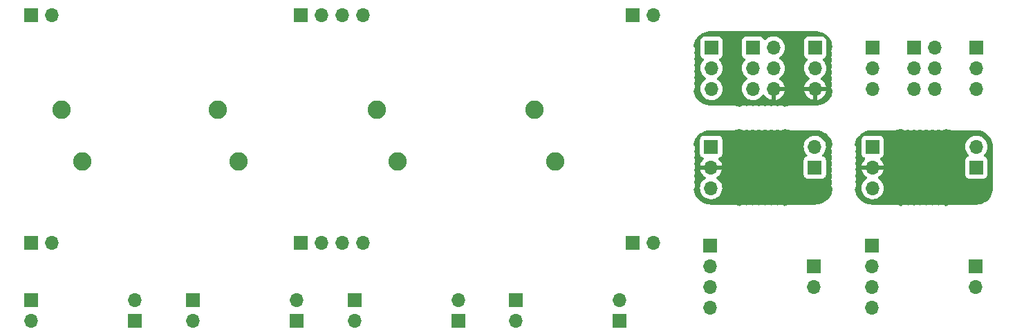
<source format=gbr>
%TF.GenerationSoftware,KiCad,Pcbnew,(6.0.2)*%
%TF.CreationDate,2022-03-22T07:30:25-04:00*%
%TF.ProjectId,Panel_Design_3,50616e65-6c5f-4446-9573-69676e5f332e,rev?*%
%TF.SameCoordinates,Original*%
%TF.FileFunction,Copper,L2,Bot*%
%TF.FilePolarity,Positive*%
%FSLAX46Y46*%
G04 Gerber Fmt 4.6, Leading zero omitted, Abs format (unit mm)*
G04 Created by KiCad (PCBNEW (6.0.2)) date 2022-03-22 07:30:25*
%MOMM*%
%LPD*%
G01*
G04 APERTURE LIST*
%TA.AperFunction,ComponentPad*%
%ADD10O,1.700000X1.700000*%
%TD*%
%TA.AperFunction,ComponentPad*%
%ADD11R,1.700000X1.700000*%
%TD*%
%TA.AperFunction,ComponentPad*%
%ADD12C,2.250000*%
%TD*%
G04 APERTURE END LIST*
D10*
%TO.P,J31,2,Pin_2*%
%TO.N,unconnected-(J31-Pad2)*%
X106680000Y-56420000D03*
D11*
%TO.P,J31,1,Pin_1*%
%TO.N,unconnected-(J31-Pad1)*%
X104140000Y-56420000D03*
%TD*%
D10*
%TO.P,J10,4,Pin_4*%
%TO.N,Net-(J10-Pad4)*%
X71120000Y-56420000D03*
%TO.P,J10,3,Pin_3*%
%TO.N,Net-(J10-Pad3)*%
X68580000Y-56420000D03*
%TO.P,J10,2,Pin_2*%
%TO.N,Net-(J10-Pad2)*%
X66040000Y-56420000D03*
D11*
%TO.P,J10,1,Pin_1*%
%TO.N,Net-(J10-Pad1)*%
X63500000Y-56420000D03*
%TD*%
D10*
%TO.P,J13,2,Pin_2*%
%TO.N,Net-(J7-Pad2)*%
X82740000Y-63500000D03*
D11*
%TO.P,J13,1,Pin_1*%
%TO.N,Net-(J7-Pad1)*%
X82740000Y-66040000D03*
%TD*%
D12*
%TO.P,MX1,2,ROW*%
%TO.N,Net-(J9-Pad1)*%
X34200000Y-40100000D03*
%TO.P,MX1,1,COL*%
%TO.N,Net-(J10-Pad1)*%
X36740000Y-46450000D03*
%TD*%
D10*
%TO.P,J34,2,Pin_2*%
%TO.N,Net-(J20-Pad2)*%
X146200000Y-44640000D03*
D11*
%TO.P,J34,1,Pin_1*%
%TO.N,Net-(J20-Pad1)*%
X146200000Y-47180000D03*
%TD*%
D10*
%TO.P,J19,2,Pin_2*%
%TO.N,Net-(J19-Pad2)*%
X89820000Y-66040000D03*
D11*
%TO.P,J19,1,Pin_1*%
%TO.N,GND_5*%
X89820000Y-63500000D03*
%TD*%
D10*
%TO.P,J22,6,GND*%
%TO.N,GND_6*%
X121380000Y-37560000D03*
%TO.P,J22,5,~{RST}*%
%TO.N,Net-(J22-Pad5)*%
X118840000Y-37560000D03*
%TO.P,J22,4,MOSI*%
%TO.N,Net-(J22-Pad4)*%
X121380000Y-35020000D03*
%TO.P,J22,3,SCK*%
%TO.N,Net-(J17-Pad3)*%
X118840000Y-35020000D03*
%TO.P,J22,2,VCC*%
%TO.N,Net-(J17-Pad2)*%
X121380000Y-32480000D03*
D11*
%TO.P,J22,1,MISO*%
%TO.N,Net-(J17-Pad1)*%
X118840000Y-32480000D03*
%TD*%
D10*
%TO.P,J24,3,Pin_3*%
%TO.N,GND_6*%
X126460000Y-37560000D03*
%TO.P,J24,2,Pin_2*%
%TO.N,Net-(J22-Pad5)*%
X126460000Y-35020000D03*
D11*
%TO.P,J24,1,Pin_1*%
%TO.N,Net-(J22-Pad4)*%
X126460000Y-32480000D03*
%TD*%
D10*
%TO.P,J36,2,Pin_2*%
%TO.N,Net-(IC3-Pad3)*%
X146090000Y-61880001D03*
D11*
%TO.P,J36,1,Pin_1*%
%TO.N,Net-(IC2-Pad3)*%
X146090000Y-59340001D03*
%TD*%
D10*
%TO.P,J7,2,Pin_2*%
%TO.N,Net-(J7-Pad2)*%
X43180000Y-63500000D03*
D11*
%TO.P,J7,1,Pin_1*%
%TO.N,Net-(J7-Pad1)*%
X43180000Y-66040000D03*
%TD*%
D10*
%TO.P,J23,2,Pin_2*%
%TO.N,Net-(J23-Pad2)*%
X102520000Y-63500000D03*
D11*
%TO.P,J23,1,Pin_1*%
%TO.N,Net-(J23-Pad1)*%
X102520000Y-66040000D03*
%TD*%
D12*
%TO.P,MX2,2,ROW*%
%TO.N,Net-(J9-Pad3)*%
X72800000Y-40100000D03*
%TO.P,MX2,1,COL*%
%TO.N,Net-(J10-Pad3)*%
X75340000Y-46450000D03*
%TD*%
D10*
%TO.P,J11,2,Pin_2*%
%TO.N,Net-(J7-Pad2)*%
X62960000Y-63500000D03*
D11*
%TO.P,J11,1,Pin_1*%
%TO.N,Net-(J7-Pad1)*%
X62960000Y-66040000D03*
%TD*%
D10*
%TO.P,J33,3,Pin_3*%
%TO.N,Net-(J16-Pad3)*%
X133500000Y-49720000D03*
%TO.P,J33,2,Pin_2*%
%TO.N,GND_4*%
X133500000Y-47180000D03*
D11*
%TO.P,J33,1,Pin_1*%
%TO.N,Net-(J16-Pad1)*%
X133500000Y-44640000D03*
%TD*%
D10*
%TO.P,J29,2,Pin_2*%
%TO.N,unconnected-(J29-Pad2)*%
X33020000Y-56420000D03*
D11*
%TO.P,J29,1,Pin_1*%
%TO.N,unconnected-(J29-Pad1)*%
X30480000Y-56420000D03*
%TD*%
D10*
%TO.P,J32,2,Pin_2*%
%TO.N,unconnected-(J32-Pad2)*%
X106680000Y-28480000D03*
D11*
%TO.P,J32,1,Pin_1*%
%TO.N,unconnected-(J32-Pad1)*%
X104140000Y-28480000D03*
%TD*%
D10*
%TO.P,J15,4,Pin_4*%
%TO.N,Net-(IC3-Pad2)*%
X113610000Y-64420001D03*
%TO.P,J15,3,Pin_3*%
%TO.N,Net-(IC3-Pad1)*%
X113610000Y-61880001D03*
%TO.P,J15,2,Pin_2*%
%TO.N,Net-(IC2-Pad2)*%
X113610000Y-59340001D03*
D11*
%TO.P,J15,1,Pin_1*%
%TO.N,Net-(IC2-Pad1)*%
X113610000Y-56800001D03*
%TD*%
D10*
%TO.P,J27,6,Pin_6*%
%TO.N,Net-(J27-Pad6)*%
X141120001Y-37559999D03*
%TO.P,J27,5,Pin_5*%
%TO.N,Net-(J27-Pad5)*%
X138580001Y-37559999D03*
%TO.P,J27,4,Pin_4*%
%TO.N,Net-(J27-Pad4)*%
X141120001Y-35019999D03*
%TO.P,J27,3,Pin_3*%
%TO.N,Net-(J26-Pad3)*%
X138580001Y-35019999D03*
%TO.P,J27,2,Pin_2*%
%TO.N,Net-(J26-Pad2)*%
X141120001Y-32479999D03*
D11*
%TO.P,J27,1,Pin_1*%
%TO.N,Net-(J26-Pad1)*%
X138580001Y-32479999D03*
%TD*%
D12*
%TO.P,MX4,2,ROW*%
%TO.N,Net-(J9-Pad4)*%
X92100000Y-40100000D03*
%TO.P,MX4,1,COL*%
%TO.N,Net-(J10-Pad4)*%
X94640000Y-46450000D03*
%TD*%
%TO.P,MX3,2,ROW*%
%TO.N,Net-(J9-Pad2)*%
X53340000Y-40100000D03*
%TO.P,MX3,1,COL*%
%TO.N,Net-(J10-Pad2)*%
X55880000Y-46450000D03*
%TD*%
D10*
%TO.P,J17,3,Pin_3*%
%TO.N,Net-(J17-Pad3)*%
X113760000Y-37560000D03*
%TO.P,J17,2,Pin_2*%
%TO.N,Net-(J17-Pad2)*%
X113760000Y-35020000D03*
D11*
%TO.P,J17,1,Pin_1*%
%TO.N,Net-(J17-Pad1)*%
X113760000Y-32480000D03*
%TD*%
D10*
%TO.P,J26,3,Pin_3*%
%TO.N,Net-(J26-Pad3)*%
X133500001Y-37559999D03*
%TO.P,J26,2,Pin_2*%
%TO.N,Net-(J26-Pad2)*%
X133500001Y-35019999D03*
D11*
%TO.P,J26,1,Pin_1*%
%TO.N,Net-(J26-Pad1)*%
X133500001Y-32479999D03*
%TD*%
D10*
%TO.P,J30,2,Pin_2*%
%TO.N,unconnected-(J30-Pad2)*%
X33020000Y-28480000D03*
D11*
%TO.P,J30,1,Pin_1*%
%TO.N,unconnected-(J30-Pad1)*%
X30480000Y-28480000D03*
%TD*%
D10*
%TO.P,J9,4,Pin_4*%
%TO.N,Net-(J9-Pad4)*%
X71120000Y-28480000D03*
%TO.P,J9,3,Pin_3*%
%TO.N,Net-(J9-Pad3)*%
X68580000Y-28480000D03*
%TO.P,J9,2,Pin_2*%
%TO.N,Net-(J9-Pad2)*%
X66040000Y-28480000D03*
D11*
%TO.P,J9,1,Pin_1*%
%TO.N,Net-(J9-Pad1)*%
X63500000Y-28480000D03*
%TD*%
D10*
%TO.P,J35,4,Pin_4*%
%TO.N,Net-(IC3-Pad2)*%
X133390000Y-64420001D03*
%TO.P,J35,3,Pin_3*%
%TO.N,Net-(IC3-Pad1)*%
X133390000Y-61880001D03*
%TO.P,J35,2,Pin_2*%
%TO.N,Net-(IC2-Pad2)*%
X133390000Y-59340001D03*
D11*
%TO.P,J35,1,Pin_1*%
%TO.N,Net-(IC2-Pad1)*%
X133390000Y-56800001D03*
%TD*%
D10*
%TO.P,J16,3,Pin_3*%
%TO.N,Net-(J16-Pad3)*%
X113720000Y-49720000D03*
%TO.P,J16,2,Pin_2*%
%TO.N,GND_4*%
X113720000Y-47180000D03*
D11*
%TO.P,J16,1,Pin_1*%
%TO.N,Net-(J16-Pad1)*%
X113720000Y-44640000D03*
%TD*%
D10*
%TO.P,J8,2,Pin_2*%
%TO.N,Net-(J6-Pad2)*%
X50260000Y-66040000D03*
D11*
%TO.P,J8,1,Pin_1*%
%TO.N,Net-(J6-Pad1)*%
X50260000Y-63500000D03*
%TD*%
D10*
%TO.P,J20,2,Pin_2*%
%TO.N,Net-(J20-Pad2)*%
X126420000Y-44640000D03*
D11*
%TO.P,J20,1,Pin_1*%
%TO.N,Net-(J20-Pad1)*%
X126420000Y-47180000D03*
%TD*%
D10*
%TO.P,J6,2,Pin_2*%
%TO.N,Net-(J6-Pad2)*%
X30480000Y-66040000D03*
D11*
%TO.P,J6,1,Pin_1*%
%TO.N,Net-(J6-Pad1)*%
X30480000Y-63500000D03*
%TD*%
D10*
%TO.P,J12,2,Pin_2*%
%TO.N,Net-(J6-Pad2)*%
X70040000Y-66040000D03*
D11*
%TO.P,J12,1,Pin_1*%
%TO.N,Net-(J6-Pad1)*%
X70040000Y-63500000D03*
%TD*%
D10*
%TO.P,J28,3,Pin_3*%
%TO.N,Net-(J27-Pad6)*%
X146200001Y-37559999D03*
%TO.P,J28,2,Pin_2*%
%TO.N,Net-(J27-Pad5)*%
X146200001Y-35019999D03*
D11*
%TO.P,J28,1,Pin_1*%
%TO.N,Net-(J27-Pad4)*%
X146200001Y-32479999D03*
%TD*%
D10*
%TO.P,J21,2,Pin_2*%
%TO.N,Net-(IC3-Pad3)*%
X126310000Y-61880001D03*
D11*
%TO.P,J21,1,Pin_1*%
%TO.N,Net-(IC2-Pad3)*%
X126310000Y-59340001D03*
%TD*%
%TA.AperFunction,Conductor*%
%TO.N,GND_6*%
G36*
X126430055Y-30449500D02*
G01*
X126444856Y-30451805D01*
X126444859Y-30451805D01*
X126453728Y-30453186D01*
X126471224Y-30450898D01*
X126494939Y-30450050D01*
X126710468Y-30462699D01*
X126725128Y-30464426D01*
X126732552Y-30465745D01*
X126964876Y-30507025D01*
X126979235Y-30510455D01*
X127212351Y-30580803D01*
X127226209Y-30585888D01*
X127280139Y-30609347D01*
X127449506Y-30683021D01*
X127462668Y-30689689D01*
X127532951Y-30730637D01*
X127673071Y-30812273D01*
X127685366Y-30820437D01*
X127768698Y-30883101D01*
X127879987Y-30966789D01*
X127891234Y-30976327D01*
X128067415Y-31144449D01*
X128077473Y-31155243D01*
X128232764Y-31342798D01*
X128241497Y-31354701D01*
X128373788Y-31559138D01*
X128381068Y-31571980D01*
X128446681Y-31705379D01*
X128459229Y-31751105D01*
X128465960Y-31836633D01*
X128467114Y-31841440D01*
X128467115Y-31841446D01*
X128492237Y-31946084D01*
X128521372Y-32067439D01*
X128523265Y-32072010D01*
X128523266Y-32072012D01*
X128608465Y-32277702D01*
X128616054Y-32348292D01*
X128597144Y-32391754D01*
X128598510Y-32392547D01*
X128509674Y-32545490D01*
X128507553Y-32552494D01*
X128507551Y-32552498D01*
X128467879Y-32683488D01*
X128458405Y-32714767D01*
X128447453Y-32891298D01*
X128448693Y-32898514D01*
X128448693Y-32898516D01*
X128468544Y-33014040D01*
X128477406Y-33065614D01*
X128480272Y-33072348D01*
X128480272Y-33072350D01*
X128522801Y-33172300D01*
X128531067Y-33242814D01*
X128515814Y-33284917D01*
X128513354Y-33289153D01*
X128513351Y-33289159D01*
X128509674Y-33295490D01*
X128507553Y-33302494D01*
X128507551Y-33302498D01*
X128480103Y-33393126D01*
X128458405Y-33464767D01*
X128447453Y-33641298D01*
X128448693Y-33648514D01*
X128448693Y-33648516D01*
X128470709Y-33776638D01*
X128477406Y-33815614D01*
X128480272Y-33822348D01*
X128480272Y-33822350D01*
X128522801Y-33922300D01*
X128531067Y-33992814D01*
X128515814Y-34034917D01*
X128513354Y-34039153D01*
X128513351Y-34039159D01*
X128509674Y-34045490D01*
X128507553Y-34052494D01*
X128507551Y-34052498D01*
X128475477Y-34158401D01*
X128458405Y-34214767D01*
X128447453Y-34391298D01*
X128477406Y-34565614D01*
X128480272Y-34572348D01*
X128480272Y-34572350D01*
X128522801Y-34672300D01*
X128531067Y-34742814D01*
X128515814Y-34784917D01*
X128513354Y-34789153D01*
X128513351Y-34789159D01*
X128509674Y-34795490D01*
X128507553Y-34802494D01*
X128507551Y-34802498D01*
X128467879Y-34933488D01*
X128458405Y-34964767D01*
X128447453Y-35141298D01*
X128448693Y-35148514D01*
X128448693Y-35148516D01*
X128476166Y-35308398D01*
X128477406Y-35315614D01*
X128480272Y-35322348D01*
X128480272Y-35322350D01*
X128522801Y-35422300D01*
X128531067Y-35492814D01*
X128515814Y-35534917D01*
X128513354Y-35539153D01*
X128513351Y-35539159D01*
X128509674Y-35545490D01*
X128507553Y-35552494D01*
X128507551Y-35552498D01*
X128472683Y-35667625D01*
X128458405Y-35714767D01*
X128447453Y-35891298D01*
X128448693Y-35898514D01*
X128448693Y-35898516D01*
X128451051Y-35912239D01*
X128477406Y-36065614D01*
X128480272Y-36072348D01*
X128480272Y-36072350D01*
X128522801Y-36172300D01*
X128531067Y-36242814D01*
X128515814Y-36284917D01*
X128513354Y-36289153D01*
X128513351Y-36289159D01*
X128509674Y-36295490D01*
X128507553Y-36302494D01*
X128507551Y-36302498D01*
X128478013Y-36400027D01*
X128458405Y-36464767D01*
X128447453Y-36641298D01*
X128448693Y-36648514D01*
X128448693Y-36648516D01*
X128463594Y-36735233D01*
X128477406Y-36815614D01*
X128480272Y-36822348D01*
X128480272Y-36822350D01*
X128522801Y-36922300D01*
X128531067Y-36992814D01*
X128515814Y-37034917D01*
X128513354Y-37039153D01*
X128513351Y-37039159D01*
X128509674Y-37045490D01*
X128507553Y-37052494D01*
X128507551Y-37052498D01*
X128485328Y-37125875D01*
X128458405Y-37214767D01*
X128447453Y-37391298D01*
X128477406Y-37565614D01*
X128546657Y-37728364D01*
X128550990Y-37734252D01*
X128550993Y-37734257D01*
X128595481Y-37794708D01*
X128619747Y-37861429D01*
X128610408Y-37917608D01*
X128587702Y-37972425D01*
X128524602Y-38124764D01*
X128521372Y-38132561D01*
X128465960Y-38363367D01*
X128465518Y-38368990D01*
X128461809Y-38416119D01*
X128443614Y-38472095D01*
X128369843Y-38592415D01*
X128361180Y-38604809D01*
X128210312Y-38795200D01*
X128197259Y-38811672D01*
X128187176Y-38822936D01*
X127999646Y-39008677D01*
X127988287Y-39018651D01*
X127779849Y-39180591D01*
X127767374Y-39189133D01*
X127541047Y-39324930D01*
X127527646Y-39331913D01*
X127404394Y-39387002D01*
X127286684Y-39439614D01*
X127272533Y-39444946D01*
X127020390Y-39523008D01*
X127005700Y-39526605D01*
X126746031Y-39573895D01*
X126731033Y-39575705D01*
X126526891Y-39587978D01*
X126502090Y-39589469D01*
X126475146Y-39588196D01*
X126466269Y-39586814D01*
X126457367Y-39587978D01*
X126457364Y-39587978D01*
X126434748Y-39590936D01*
X126418410Y-39592000D01*
X123513207Y-39592000D01*
X123492303Y-39590254D01*
X123487637Y-39589469D01*
X123472539Y-39586929D01*
X123466419Y-39586854D01*
X123464867Y-39586835D01*
X123464862Y-39586835D01*
X123460000Y-39586776D01*
X123455184Y-39587466D01*
X123455100Y-39587471D01*
X123447313Y-39588335D01*
X123223367Y-39605960D01*
X123218560Y-39607114D01*
X123218554Y-39607115D01*
X123091753Y-39637558D01*
X122992561Y-39661372D01*
X122987990Y-39663265D01*
X122987988Y-39663266D01*
X122924951Y-39689377D01*
X122780283Y-39749300D01*
X122709694Y-39756889D01*
X122650489Y-39728917D01*
X122633715Y-39714667D01*
X122524045Y-39658666D01*
X122482708Y-39637558D01*
X122482706Y-39637557D01*
X122476192Y-39634231D01*
X122469087Y-39632492D01*
X122469083Y-39632491D01*
X122364162Y-39606818D01*
X122304390Y-39592192D01*
X122298788Y-39591844D01*
X122298785Y-39591844D01*
X122295175Y-39591620D01*
X122295165Y-39591620D01*
X122293236Y-39591500D01*
X122165707Y-39591500D01*
X122095964Y-39599631D01*
X122041589Y-39605970D01*
X122041585Y-39605971D01*
X122034319Y-39606818D01*
X122027444Y-39609313D01*
X122027442Y-39609314D01*
X121874338Y-39664889D01*
X121803480Y-39669330D01*
X121774044Y-39658666D01*
X121732712Y-39637560D01*
X121732707Y-39637558D01*
X121726192Y-39634231D01*
X121554390Y-39592192D01*
X121548788Y-39591844D01*
X121548785Y-39591844D01*
X121545175Y-39591620D01*
X121545165Y-39591620D01*
X121543236Y-39591500D01*
X121415707Y-39591500D01*
X121345964Y-39599631D01*
X121291589Y-39605970D01*
X121291585Y-39605971D01*
X121284319Y-39606818D01*
X121277444Y-39609313D01*
X121277442Y-39609314D01*
X121124338Y-39664889D01*
X121053480Y-39669330D01*
X121024044Y-39658666D01*
X120982712Y-39637560D01*
X120982707Y-39637558D01*
X120976192Y-39634231D01*
X120804390Y-39592192D01*
X120798788Y-39591844D01*
X120798785Y-39591844D01*
X120795175Y-39591620D01*
X120795165Y-39591620D01*
X120793236Y-39591500D01*
X120665707Y-39591500D01*
X120595964Y-39599631D01*
X120541589Y-39605970D01*
X120541585Y-39605971D01*
X120534319Y-39606818D01*
X120527444Y-39609313D01*
X120527442Y-39609314D01*
X120374338Y-39664889D01*
X120303480Y-39669330D01*
X120274044Y-39658666D01*
X120232712Y-39637560D01*
X120232707Y-39637558D01*
X120226192Y-39634231D01*
X120054390Y-39592192D01*
X120048788Y-39591844D01*
X120048785Y-39591844D01*
X120045175Y-39591620D01*
X120045165Y-39591620D01*
X120043236Y-39591500D01*
X119915707Y-39591500D01*
X119845964Y-39599631D01*
X119791589Y-39605970D01*
X119791585Y-39605971D01*
X119784319Y-39606818D01*
X119777444Y-39609313D01*
X119777442Y-39609314D01*
X119624338Y-39664889D01*
X119553480Y-39669330D01*
X119524044Y-39658666D01*
X119482712Y-39637560D01*
X119482707Y-39637558D01*
X119476192Y-39634231D01*
X119304390Y-39592192D01*
X119298788Y-39591844D01*
X119298785Y-39591844D01*
X119295175Y-39591620D01*
X119295165Y-39591620D01*
X119293236Y-39591500D01*
X119165707Y-39591500D01*
X119095964Y-39599631D01*
X119041589Y-39605970D01*
X119041585Y-39605971D01*
X119034319Y-39606818D01*
X119027444Y-39609313D01*
X119027442Y-39609314D01*
X118874338Y-39664889D01*
X118803480Y-39669330D01*
X118774044Y-39658666D01*
X118732712Y-39637560D01*
X118732707Y-39637558D01*
X118726192Y-39634231D01*
X118554390Y-39592192D01*
X118548788Y-39591844D01*
X118548785Y-39591844D01*
X118545175Y-39591620D01*
X118545165Y-39591620D01*
X118543236Y-39591500D01*
X118415707Y-39591500D01*
X118345964Y-39599631D01*
X118291589Y-39605970D01*
X118291585Y-39605971D01*
X118284319Y-39606818D01*
X118277444Y-39609313D01*
X118277442Y-39609314D01*
X118124338Y-39664889D01*
X118053480Y-39669330D01*
X118024044Y-39658666D01*
X117982712Y-39637560D01*
X117982707Y-39637558D01*
X117976192Y-39634231D01*
X117804390Y-39592192D01*
X117798788Y-39591844D01*
X117798785Y-39591844D01*
X117795175Y-39591620D01*
X117795165Y-39591620D01*
X117793236Y-39591500D01*
X117665707Y-39591500D01*
X117595964Y-39599631D01*
X117541589Y-39605970D01*
X117541585Y-39605971D01*
X117534319Y-39606818D01*
X117527444Y-39609313D01*
X117527442Y-39609314D01*
X117378810Y-39663266D01*
X117368063Y-39667167D01*
X117361946Y-39671178D01*
X117361943Y-39671179D01*
X117258615Y-39738924D01*
X117190679Y-39759547D01*
X117141313Y-39749961D01*
X116995049Y-39689377D01*
X116932012Y-39663266D01*
X116932010Y-39663265D01*
X116927439Y-39661372D01*
X116828247Y-39637558D01*
X116701446Y-39607115D01*
X116701440Y-39607114D01*
X116696633Y-39605960D01*
X116493657Y-39589986D01*
X116482637Y-39588628D01*
X116477330Y-39587735D01*
X116477329Y-39587735D01*
X116472539Y-39586929D01*
X116466300Y-39586853D01*
X116464859Y-39586835D01*
X116464855Y-39586835D01*
X116460000Y-39586776D01*
X116433997Y-39590500D01*
X116432412Y-39590727D01*
X116414549Y-39592000D01*
X113809327Y-39592000D01*
X113789942Y-39590500D01*
X113775141Y-39588195D01*
X113775138Y-39588195D01*
X113766269Y-39586814D01*
X113757367Y-39587978D01*
X113757365Y-39587978D01*
X113754637Y-39588335D01*
X113749360Y-39589025D01*
X113725240Y-39589848D01*
X113659040Y-39585750D01*
X113481178Y-39574738D01*
X113465726Y-39572818D01*
X113290428Y-39539924D01*
X113198819Y-39522734D01*
X113183723Y-39518923D01*
X112925037Y-39436300D01*
X112910526Y-39430655D01*
X112664007Y-39316757D01*
X112650306Y-39309368D01*
X112419700Y-39165920D01*
X112407024Y-39156901D01*
X112195890Y-38986118D01*
X112184412Y-38975596D01*
X111995959Y-38780078D01*
X111985866Y-38768221D01*
X111822962Y-38550943D01*
X111814409Y-38537931D01*
X111735292Y-38399648D01*
X111719045Y-38346962D01*
X111714428Y-38288299D01*
X111714040Y-38283367D01*
X111658628Y-38052561D01*
X111656734Y-38047988D01*
X111571535Y-37842298D01*
X111563946Y-37771708D01*
X111582856Y-37728246D01*
X111581490Y-37727453D01*
X111638148Y-37629908D01*
X111670326Y-37574510D01*
X111673021Y-37565614D01*
X111684808Y-37526695D01*
X112397251Y-37526695D01*
X112397548Y-37531848D01*
X112397548Y-37531851D01*
X112403011Y-37626590D01*
X112410110Y-37749715D01*
X112411247Y-37754761D01*
X112411248Y-37754767D01*
X112425449Y-37817778D01*
X112459222Y-37967639D01*
X112543266Y-38174616D01*
X112659987Y-38365088D01*
X112806250Y-38533938D01*
X112978126Y-38676632D01*
X113171000Y-38789338D01*
X113379692Y-38869030D01*
X113384760Y-38870061D01*
X113384763Y-38870062D01*
X113479862Y-38889410D01*
X113598597Y-38913567D01*
X113603772Y-38913757D01*
X113603774Y-38913757D01*
X113816673Y-38921564D01*
X113816677Y-38921564D01*
X113821837Y-38921753D01*
X113826957Y-38921097D01*
X113826959Y-38921097D01*
X114038288Y-38894025D01*
X114038289Y-38894025D01*
X114043416Y-38893368D01*
X114048366Y-38891883D01*
X114252429Y-38830661D01*
X114252434Y-38830659D01*
X114257384Y-38829174D01*
X114457994Y-38730896D01*
X114639860Y-38601173D01*
X114686427Y-38554769D01*
X114794435Y-38447137D01*
X114798096Y-38443489D01*
X114834620Y-38392661D01*
X114925435Y-38266277D01*
X114928453Y-38262077D01*
X114933383Y-38252103D01*
X115025136Y-38066453D01*
X115025137Y-38066451D01*
X115027430Y-38061811D01*
X115092370Y-37848069D01*
X115121529Y-37626590D01*
X115122647Y-37580840D01*
X115123074Y-37563365D01*
X115123074Y-37563361D01*
X115123156Y-37560000D01*
X115120418Y-37526695D01*
X117477251Y-37526695D01*
X117477548Y-37531848D01*
X117477548Y-37531851D01*
X117483011Y-37626590D01*
X117490110Y-37749715D01*
X117491247Y-37754761D01*
X117491248Y-37754767D01*
X117505449Y-37817778D01*
X117539222Y-37967639D01*
X117623266Y-38174616D01*
X117739987Y-38365088D01*
X117886250Y-38533938D01*
X118058126Y-38676632D01*
X118251000Y-38789338D01*
X118459692Y-38869030D01*
X118464760Y-38870061D01*
X118464763Y-38870062D01*
X118559862Y-38889410D01*
X118678597Y-38913567D01*
X118683772Y-38913757D01*
X118683774Y-38913757D01*
X118896673Y-38921564D01*
X118896677Y-38921564D01*
X118901837Y-38921753D01*
X118906957Y-38921097D01*
X118906959Y-38921097D01*
X119118288Y-38894025D01*
X119118289Y-38894025D01*
X119123416Y-38893368D01*
X119128366Y-38891883D01*
X119332429Y-38830661D01*
X119332434Y-38830659D01*
X119337384Y-38829174D01*
X119537994Y-38730896D01*
X119719860Y-38601173D01*
X119766427Y-38554769D01*
X119874435Y-38447137D01*
X119878096Y-38443489D01*
X119914620Y-38392661D01*
X120008453Y-38262077D01*
X120009640Y-38262930D01*
X120056960Y-38219362D01*
X120126897Y-38207145D01*
X120192338Y-38234678D01*
X120220166Y-38266511D01*
X120277694Y-38360388D01*
X120283777Y-38368699D01*
X120423213Y-38529667D01*
X120430580Y-38536883D01*
X120594434Y-38672916D01*
X120602881Y-38678831D01*
X120786756Y-38786279D01*
X120796042Y-38790729D01*
X120995001Y-38866703D01*
X121004899Y-38869579D01*
X121108250Y-38890606D01*
X121122299Y-38889410D01*
X121126000Y-38879065D01*
X121126000Y-38878517D01*
X121634000Y-38878517D01*
X121638064Y-38892359D01*
X121651478Y-38894393D01*
X121658184Y-38893534D01*
X121668262Y-38891392D01*
X121872255Y-38830191D01*
X121881842Y-38826433D01*
X122073095Y-38732739D01*
X122081945Y-38727464D01*
X122255328Y-38603792D01*
X122263200Y-38597139D01*
X122414052Y-38446812D01*
X122420730Y-38438965D01*
X122545003Y-38266020D01*
X122550313Y-38257183D01*
X122644670Y-38066267D01*
X122648469Y-38056672D01*
X122710377Y-37852910D01*
X122712555Y-37842837D01*
X122713986Y-37831962D01*
X122713363Y-37827966D01*
X125128257Y-37827966D01*
X125158565Y-37962446D01*
X125161645Y-37972275D01*
X125241770Y-38169603D01*
X125246413Y-38178794D01*
X125357694Y-38360388D01*
X125363777Y-38368699D01*
X125503213Y-38529667D01*
X125510580Y-38536883D01*
X125674434Y-38672916D01*
X125682881Y-38678831D01*
X125866756Y-38786279D01*
X125876042Y-38790729D01*
X126075001Y-38866703D01*
X126084899Y-38869579D01*
X126188250Y-38890606D01*
X126202299Y-38889410D01*
X126206000Y-38879065D01*
X126206000Y-38878517D01*
X126714000Y-38878517D01*
X126718064Y-38892359D01*
X126731478Y-38894393D01*
X126738184Y-38893534D01*
X126748262Y-38891392D01*
X126952255Y-38830191D01*
X126961842Y-38826433D01*
X127153095Y-38732739D01*
X127161945Y-38727464D01*
X127335328Y-38603792D01*
X127343200Y-38597139D01*
X127494052Y-38446812D01*
X127500730Y-38438965D01*
X127625003Y-38266020D01*
X127630313Y-38257183D01*
X127724670Y-38066267D01*
X127728469Y-38056672D01*
X127790377Y-37852910D01*
X127792555Y-37842837D01*
X127793986Y-37831962D01*
X127791775Y-37817778D01*
X127778617Y-37814000D01*
X126732115Y-37814000D01*
X126716876Y-37818475D01*
X126715671Y-37819865D01*
X126714000Y-37827548D01*
X126714000Y-38878517D01*
X126206000Y-38878517D01*
X126206000Y-37832115D01*
X126201525Y-37816876D01*
X126200135Y-37815671D01*
X126192452Y-37814000D01*
X125143225Y-37814000D01*
X125129694Y-37817973D01*
X125128257Y-37827966D01*
X122713363Y-37827966D01*
X122711775Y-37817778D01*
X122698617Y-37814000D01*
X121652115Y-37814000D01*
X121636876Y-37818475D01*
X121635671Y-37819865D01*
X121634000Y-37827548D01*
X121634000Y-38878517D01*
X121126000Y-38878517D01*
X121126000Y-37432000D01*
X121146002Y-37363879D01*
X121199658Y-37317386D01*
X121252000Y-37306000D01*
X122698344Y-37306000D01*
X122711875Y-37302027D01*
X122713180Y-37292947D01*
X122671214Y-37125875D01*
X122667894Y-37116124D01*
X122582972Y-36920814D01*
X122578105Y-36911739D01*
X122462426Y-36732926D01*
X122456136Y-36724757D01*
X122312806Y-36567240D01*
X122305273Y-36560215D01*
X122138139Y-36428222D01*
X122129556Y-36422520D01*
X122092602Y-36402120D01*
X122042631Y-36351687D01*
X122027859Y-36282245D01*
X122052975Y-36215839D01*
X122080327Y-36189232D01*
X122104065Y-36172300D01*
X122259860Y-36061173D01*
X122418096Y-35903489D01*
X122421670Y-35898516D01*
X122545435Y-35726277D01*
X122548453Y-35722077D01*
X122555529Y-35707761D01*
X122645136Y-35526453D01*
X122645137Y-35526451D01*
X122647430Y-35521811D01*
X122691371Y-35377186D01*
X122710865Y-35313023D01*
X122710865Y-35313021D01*
X122712370Y-35308069D01*
X122741529Y-35086590D01*
X122742147Y-35061298D01*
X122743074Y-35023365D01*
X122743074Y-35023361D01*
X122743156Y-35020000D01*
X122740418Y-34986695D01*
X125097251Y-34986695D01*
X125097548Y-34991848D01*
X125097548Y-34991851D01*
X125103011Y-35086590D01*
X125110110Y-35209715D01*
X125111247Y-35214761D01*
X125111248Y-35214767D01*
X125131119Y-35302939D01*
X125159222Y-35427639D01*
X125243266Y-35634616D01*
X125288089Y-35707761D01*
X125357291Y-35820688D01*
X125359987Y-35825088D01*
X125506250Y-35993938D01*
X125678126Y-36136632D01*
X125698203Y-36148364D01*
X125751955Y-36179774D01*
X125800679Y-36231412D01*
X125813750Y-36301195D01*
X125787019Y-36366967D01*
X125746562Y-36400327D01*
X125738457Y-36404546D01*
X125729738Y-36410036D01*
X125559433Y-36537905D01*
X125551726Y-36544748D01*
X125404590Y-36698717D01*
X125398104Y-36706727D01*
X125278098Y-36882649D01*
X125273000Y-36891623D01*
X125183338Y-37084783D01*
X125179775Y-37094470D01*
X125124389Y-37294183D01*
X125125912Y-37302607D01*
X125138292Y-37306000D01*
X127778344Y-37306000D01*
X127791875Y-37302027D01*
X127793180Y-37292947D01*
X127751214Y-37125875D01*
X127747894Y-37116124D01*
X127662972Y-36920814D01*
X127658105Y-36911739D01*
X127542426Y-36732926D01*
X127536136Y-36724757D01*
X127392806Y-36567240D01*
X127385273Y-36560215D01*
X127218139Y-36428222D01*
X127209556Y-36422520D01*
X127172602Y-36402120D01*
X127122631Y-36351687D01*
X127107859Y-36282245D01*
X127132975Y-36215839D01*
X127160327Y-36189232D01*
X127184065Y-36172300D01*
X127339860Y-36061173D01*
X127498096Y-35903489D01*
X127501670Y-35898516D01*
X127625435Y-35726277D01*
X127628453Y-35722077D01*
X127635529Y-35707761D01*
X127725136Y-35526453D01*
X127725137Y-35526451D01*
X127727430Y-35521811D01*
X127771371Y-35377186D01*
X127790865Y-35313023D01*
X127790865Y-35313021D01*
X127792370Y-35308069D01*
X127821529Y-35086590D01*
X127822147Y-35061298D01*
X127823074Y-35023365D01*
X127823074Y-35023361D01*
X127823156Y-35020000D01*
X127804852Y-34797361D01*
X127750431Y-34580702D01*
X127661354Y-34375840D01*
X127540014Y-34188277D01*
X127536532Y-34184450D01*
X127392798Y-34026488D01*
X127361746Y-33962642D01*
X127370141Y-33892143D01*
X127415317Y-33837375D01*
X127441761Y-33823706D01*
X127548297Y-33783767D01*
X127556705Y-33780615D01*
X127673261Y-33693261D01*
X127760615Y-33576705D01*
X127811745Y-33440316D01*
X127818500Y-33378134D01*
X127818500Y-31581866D01*
X127811745Y-31519684D01*
X127760615Y-31383295D01*
X127673261Y-31266739D01*
X127556705Y-31179385D01*
X127420316Y-31128255D01*
X127358134Y-31121500D01*
X125561866Y-31121500D01*
X125499684Y-31128255D01*
X125363295Y-31179385D01*
X125246739Y-31266739D01*
X125159385Y-31383295D01*
X125108255Y-31519684D01*
X125101500Y-31581866D01*
X125101500Y-33378134D01*
X125108255Y-33440316D01*
X125159385Y-33576705D01*
X125246739Y-33693261D01*
X125363295Y-33780615D01*
X125371704Y-33783767D01*
X125371705Y-33783768D01*
X125480451Y-33824535D01*
X125537216Y-33867176D01*
X125561916Y-33933738D01*
X125546709Y-34003087D01*
X125527316Y-34029568D01*
X125400629Y-34162138D01*
X125274743Y-34346680D01*
X125180688Y-34549305D01*
X125120989Y-34764570D01*
X125097251Y-34986695D01*
X122740418Y-34986695D01*
X122724852Y-34797361D01*
X122670431Y-34580702D01*
X122581354Y-34375840D01*
X122460014Y-34188277D01*
X122309670Y-34023051D01*
X122305619Y-34019852D01*
X122305615Y-34019848D01*
X122138414Y-33887800D01*
X122138410Y-33887798D01*
X122134359Y-33884598D01*
X122093053Y-33861796D01*
X122043084Y-33811364D01*
X122028312Y-33741921D01*
X122053428Y-33675516D01*
X122080780Y-33648909D01*
X122124603Y-33617650D01*
X122259860Y-33521173D01*
X122316464Y-33464767D01*
X122388355Y-33393126D01*
X122418096Y-33363489D01*
X122548453Y-33182077D01*
X122562078Y-33154510D01*
X122645136Y-32986453D01*
X122645137Y-32986451D01*
X122647430Y-32981811D01*
X122712370Y-32768069D01*
X122741529Y-32546590D01*
X122743156Y-32480000D01*
X122724852Y-32257361D01*
X122670431Y-32040702D01*
X122581354Y-31835840D01*
X122526921Y-31751700D01*
X122462822Y-31652617D01*
X122462820Y-31652614D01*
X122460014Y-31648277D01*
X122309670Y-31483051D01*
X122305619Y-31479852D01*
X122305615Y-31479848D01*
X122138414Y-31347800D01*
X122138410Y-31347798D01*
X122134359Y-31344598D01*
X121938789Y-31236638D01*
X121933920Y-31234914D01*
X121933916Y-31234912D01*
X121733087Y-31163795D01*
X121733083Y-31163794D01*
X121728212Y-31162069D01*
X121723119Y-31161162D01*
X121723116Y-31161161D01*
X121513373Y-31123800D01*
X121513367Y-31123799D01*
X121508284Y-31122894D01*
X121434452Y-31121992D01*
X121290081Y-31120228D01*
X121290079Y-31120228D01*
X121284911Y-31120165D01*
X121064091Y-31153955D01*
X120851756Y-31223357D01*
X120813081Y-31243490D01*
X120659403Y-31323490D01*
X120653607Y-31326507D01*
X120649474Y-31329610D01*
X120649471Y-31329612D01*
X120481198Y-31455955D01*
X120474965Y-31460635D01*
X120418235Y-31520000D01*
X120394283Y-31545064D01*
X120332759Y-31580494D01*
X120261846Y-31577037D01*
X120204060Y-31535791D01*
X120185207Y-31502243D01*
X120143767Y-31391703D01*
X120140615Y-31383295D01*
X120053261Y-31266739D01*
X119936705Y-31179385D01*
X119800316Y-31128255D01*
X119738134Y-31121500D01*
X117941866Y-31121500D01*
X117879684Y-31128255D01*
X117743295Y-31179385D01*
X117626739Y-31266739D01*
X117539385Y-31383295D01*
X117488255Y-31519684D01*
X117481500Y-31581866D01*
X117481500Y-33378134D01*
X117488255Y-33440316D01*
X117539385Y-33576705D01*
X117626739Y-33693261D01*
X117743295Y-33780615D01*
X117751704Y-33783767D01*
X117751705Y-33783768D01*
X117860451Y-33824535D01*
X117917216Y-33867176D01*
X117941916Y-33933738D01*
X117926709Y-34003087D01*
X117907316Y-34029568D01*
X117780629Y-34162138D01*
X117654743Y-34346680D01*
X117560688Y-34549305D01*
X117500989Y-34764570D01*
X117477251Y-34986695D01*
X117477548Y-34991848D01*
X117477548Y-34991851D01*
X117483011Y-35086590D01*
X117490110Y-35209715D01*
X117491247Y-35214761D01*
X117491248Y-35214767D01*
X117511119Y-35302939D01*
X117539222Y-35427639D01*
X117623266Y-35634616D01*
X117668089Y-35707761D01*
X117737291Y-35820688D01*
X117739987Y-35825088D01*
X117886250Y-35993938D01*
X118058126Y-36136632D01*
X118078203Y-36148364D01*
X118131445Y-36179476D01*
X118180169Y-36231114D01*
X118193240Y-36300897D01*
X118166509Y-36366669D01*
X118126055Y-36400027D01*
X118113607Y-36406507D01*
X118109474Y-36409610D01*
X118109471Y-36409612D01*
X117939100Y-36537530D01*
X117934965Y-36540635D01*
X117931393Y-36544373D01*
X117825453Y-36655233D01*
X117780629Y-36702138D01*
X117777715Y-36706410D01*
X117777714Y-36706411D01*
X117765404Y-36724457D01*
X117654743Y-36886680D01*
X117639003Y-36920590D01*
X117580024Y-37047650D01*
X117560688Y-37089305D01*
X117500989Y-37304570D01*
X117477251Y-37526695D01*
X115120418Y-37526695D01*
X115104852Y-37337361D01*
X115050431Y-37120702D01*
X114961354Y-36915840D01*
X114840014Y-36728277D01*
X114689670Y-36563051D01*
X114685619Y-36559852D01*
X114685615Y-36559848D01*
X114518414Y-36427800D01*
X114518410Y-36427798D01*
X114514359Y-36424598D01*
X114473053Y-36401796D01*
X114423084Y-36351364D01*
X114408312Y-36281921D01*
X114433428Y-36215516D01*
X114460780Y-36188909D01*
X114529191Y-36140112D01*
X114639860Y-36061173D01*
X114798096Y-35903489D01*
X114801670Y-35898516D01*
X114925435Y-35726277D01*
X114928453Y-35722077D01*
X114935529Y-35707761D01*
X115025136Y-35526453D01*
X115025137Y-35526451D01*
X115027430Y-35521811D01*
X115071371Y-35377186D01*
X115090865Y-35313023D01*
X115090865Y-35313021D01*
X115092370Y-35308069D01*
X115121529Y-35086590D01*
X115122147Y-35061298D01*
X115123074Y-35023365D01*
X115123074Y-35023361D01*
X115123156Y-35020000D01*
X115104852Y-34797361D01*
X115050431Y-34580702D01*
X114961354Y-34375840D01*
X114840014Y-34188277D01*
X114836532Y-34184450D01*
X114692798Y-34026488D01*
X114661746Y-33962642D01*
X114670141Y-33892143D01*
X114715317Y-33837375D01*
X114741761Y-33823706D01*
X114848297Y-33783767D01*
X114856705Y-33780615D01*
X114973261Y-33693261D01*
X115060615Y-33576705D01*
X115111745Y-33440316D01*
X115118500Y-33378134D01*
X115118500Y-31581866D01*
X115111745Y-31519684D01*
X115060615Y-31383295D01*
X114973261Y-31266739D01*
X114856705Y-31179385D01*
X114720316Y-31128255D01*
X114658134Y-31121500D01*
X112861866Y-31121500D01*
X112799684Y-31128255D01*
X112663295Y-31179385D01*
X112546739Y-31266739D01*
X112459385Y-31383295D01*
X112408255Y-31519684D01*
X112401500Y-31581866D01*
X112401500Y-33378134D01*
X112408255Y-33440316D01*
X112459385Y-33576705D01*
X112546739Y-33693261D01*
X112663295Y-33780615D01*
X112671704Y-33783767D01*
X112671705Y-33783768D01*
X112780451Y-33824535D01*
X112837216Y-33867176D01*
X112861916Y-33933738D01*
X112846709Y-34003087D01*
X112827316Y-34029568D01*
X112700629Y-34162138D01*
X112574743Y-34346680D01*
X112480688Y-34549305D01*
X112420989Y-34764570D01*
X112397251Y-34986695D01*
X112397548Y-34991848D01*
X112397548Y-34991851D01*
X112403011Y-35086590D01*
X112410110Y-35209715D01*
X112411247Y-35214761D01*
X112411248Y-35214767D01*
X112431119Y-35302939D01*
X112459222Y-35427639D01*
X112543266Y-35634616D01*
X112588089Y-35707761D01*
X112657291Y-35820688D01*
X112659987Y-35825088D01*
X112806250Y-35993938D01*
X112978126Y-36136632D01*
X112998203Y-36148364D01*
X113051445Y-36179476D01*
X113100169Y-36231114D01*
X113113240Y-36300897D01*
X113086509Y-36366669D01*
X113046055Y-36400027D01*
X113033607Y-36406507D01*
X113029474Y-36409610D01*
X113029471Y-36409612D01*
X112859100Y-36537530D01*
X112854965Y-36540635D01*
X112851393Y-36544373D01*
X112745453Y-36655233D01*
X112700629Y-36702138D01*
X112697715Y-36706410D01*
X112697714Y-36706411D01*
X112685404Y-36724457D01*
X112574743Y-36886680D01*
X112559003Y-36920590D01*
X112500024Y-37047650D01*
X112480688Y-37089305D01*
X112420989Y-37304570D01*
X112397251Y-37526695D01*
X111684808Y-37526695D01*
X111719473Y-37412239D01*
X111721595Y-37405233D01*
X111732547Y-37228702D01*
X111722840Y-37172207D01*
X111703834Y-37061602D01*
X111703834Y-37061601D01*
X111702594Y-37054386D01*
X111698809Y-37045490D01*
X111657199Y-36947700D01*
X111648933Y-36877186D01*
X111664186Y-36835083D01*
X111666646Y-36830847D01*
X111666649Y-36830841D01*
X111670326Y-36824510D01*
X111673021Y-36815614D01*
X111719473Y-36662239D01*
X111721595Y-36655233D01*
X111732547Y-36478702D01*
X111723801Y-36427800D01*
X111703834Y-36311602D01*
X111703834Y-36311601D01*
X111702594Y-36304386D01*
X111698809Y-36295490D01*
X111657199Y-36197700D01*
X111648933Y-36127186D01*
X111664186Y-36085083D01*
X111666646Y-36080847D01*
X111666649Y-36080841D01*
X111670326Y-36074510D01*
X111673021Y-36065614D01*
X111719473Y-35912239D01*
X111721595Y-35905233D01*
X111732547Y-35728702D01*
X111730612Y-35717438D01*
X111703834Y-35561602D01*
X111703834Y-35561601D01*
X111702594Y-35554386D01*
X111698809Y-35545490D01*
X111657199Y-35447700D01*
X111648933Y-35377186D01*
X111664186Y-35335083D01*
X111666646Y-35330847D01*
X111666649Y-35330841D01*
X111670326Y-35324510D01*
X111673021Y-35315614D01*
X111719473Y-35162239D01*
X111721595Y-35155233D01*
X111732547Y-34978702D01*
X111702594Y-34804386D01*
X111697469Y-34792342D01*
X111657199Y-34697700D01*
X111648933Y-34627186D01*
X111664186Y-34585083D01*
X111666646Y-34580847D01*
X111666649Y-34580841D01*
X111670326Y-34574510D01*
X111673021Y-34565614D01*
X111719473Y-34412239D01*
X111721595Y-34405233D01*
X111732547Y-34228702D01*
X111726347Y-34192617D01*
X111703834Y-34061602D01*
X111703834Y-34061601D01*
X111702594Y-34054386D01*
X111698809Y-34045490D01*
X111657199Y-33947700D01*
X111648933Y-33877186D01*
X111664186Y-33835083D01*
X111666646Y-33830847D01*
X111666649Y-33830841D01*
X111670326Y-33824510D01*
X111673021Y-33815614D01*
X111719473Y-33662239D01*
X111721595Y-33655233D01*
X111732547Y-33478702D01*
X111727223Y-33447715D01*
X111703834Y-33311602D01*
X111703834Y-33311601D01*
X111702594Y-33304386D01*
X111698809Y-33295490D01*
X111657199Y-33197700D01*
X111648933Y-33127186D01*
X111664186Y-33085083D01*
X111666646Y-33080847D01*
X111666649Y-33080841D01*
X111670326Y-33074510D01*
X111673021Y-33065614D01*
X111719473Y-32912239D01*
X111721595Y-32905233D01*
X111732547Y-32728702D01*
X111702594Y-32554386D01*
X111633343Y-32391636D01*
X111629010Y-32385748D01*
X111629007Y-32385743D01*
X111584519Y-32325292D01*
X111560253Y-32258571D01*
X111569592Y-32202391D01*
X111656734Y-31992012D01*
X111656735Y-31992010D01*
X111658628Y-31987439D01*
X111714040Y-31756633D01*
X111719045Y-31693040D01*
X111735292Y-31640354D01*
X111814410Y-31502070D01*
X111822963Y-31489058D01*
X111985867Y-31271780D01*
X111995960Y-31259923D01*
X112184409Y-31064409D01*
X112195887Y-31053886D01*
X112303563Y-30966789D01*
X112407029Y-30883097D01*
X112419707Y-30874078D01*
X112650307Y-30730634D01*
X112664008Y-30723245D01*
X112910527Y-30609347D01*
X112925038Y-30603702D01*
X113183724Y-30521079D01*
X113198820Y-30517267D01*
X113283873Y-30501308D01*
X113465727Y-30467183D01*
X113481179Y-30465263D01*
X113592440Y-30458375D01*
X113718036Y-30450599D01*
X113743740Y-30451791D01*
X113744858Y-30451805D01*
X113753730Y-30453186D01*
X113762632Y-30452022D01*
X113762635Y-30452022D01*
X113785251Y-30449064D01*
X113801589Y-30448000D01*
X126410670Y-30448000D01*
X126430055Y-30449500D01*
G37*
%TD.AperFunction*%
%TD*%
%TA.AperFunction,Conductor*%
%TO.N,GND_4*%
G36*
X122778687Y-42450039D02*
G01*
X122901491Y-42500906D01*
X122978571Y-42532833D01*
X122992561Y-42538628D01*
X123073660Y-42558098D01*
X123218554Y-42592885D01*
X123218560Y-42592886D01*
X123223367Y-42594040D01*
X123418071Y-42609363D01*
X123426343Y-42610014D01*
X123437363Y-42611372D01*
X123442670Y-42612265D01*
X123442671Y-42612265D01*
X123447461Y-42613071D01*
X123453700Y-42613147D01*
X123455141Y-42613165D01*
X123455145Y-42613165D01*
X123460000Y-42613224D01*
X123487588Y-42609273D01*
X123505451Y-42608000D01*
X126370670Y-42608000D01*
X126390055Y-42609500D01*
X126404856Y-42611805D01*
X126404859Y-42611805D01*
X126413728Y-42613186D01*
X126431105Y-42610914D01*
X126454897Y-42610071D01*
X126695499Y-42624349D01*
X126710309Y-42626113D01*
X126974580Y-42673606D01*
X126989081Y-42677110D01*
X127142634Y-42723997D01*
X127245877Y-42755523D01*
X127259867Y-42760719D01*
X127366396Y-42807641D01*
X127505590Y-42868952D01*
X127518870Y-42875768D01*
X127750067Y-43012302D01*
X127762448Y-43020641D01*
X127975876Y-43183559D01*
X127987171Y-43193292D01*
X128079414Y-43282831D01*
X128179837Y-43380312D01*
X128189913Y-43391325D01*
X128359100Y-43599805D01*
X128367803Y-43611933D01*
X128443107Y-43731199D01*
X128462178Y-43788582D01*
X128465960Y-43836633D01*
X128521372Y-44067439D01*
X128523265Y-44072010D01*
X128523266Y-44072012D01*
X128608465Y-44277702D01*
X128616054Y-44348292D01*
X128597144Y-44391754D01*
X128598510Y-44392547D01*
X128509674Y-44545490D01*
X128507553Y-44552494D01*
X128507551Y-44552498D01*
X128467879Y-44683488D01*
X128458405Y-44714767D01*
X128447453Y-44891298D01*
X128448693Y-44898514D01*
X128448693Y-44898516D01*
X128462339Y-44977928D01*
X128477406Y-45065614D01*
X128480272Y-45072348D01*
X128480272Y-45072350D01*
X128522801Y-45172300D01*
X128531067Y-45242814D01*
X128515814Y-45284917D01*
X128513354Y-45289153D01*
X128513351Y-45289159D01*
X128509674Y-45295490D01*
X128507553Y-45302494D01*
X128507551Y-45302498D01*
X128467879Y-45433488D01*
X128458405Y-45464767D01*
X128447453Y-45641298D01*
X128448693Y-45648514D01*
X128448693Y-45648516D01*
X128462339Y-45727928D01*
X128477406Y-45815614D01*
X128480272Y-45822348D01*
X128480272Y-45822350D01*
X128522801Y-45922300D01*
X128531067Y-45992814D01*
X128515814Y-46034917D01*
X128513354Y-46039153D01*
X128513351Y-46039159D01*
X128509674Y-46045490D01*
X128507553Y-46052494D01*
X128507551Y-46052498D01*
X128473999Y-46163278D01*
X128458405Y-46214767D01*
X128447453Y-46391298D01*
X128448693Y-46398514D01*
X128448693Y-46398516D01*
X128476166Y-46558398D01*
X128477406Y-46565614D01*
X128480272Y-46572348D01*
X128480272Y-46572350D01*
X128522801Y-46672300D01*
X128531067Y-46742814D01*
X128515814Y-46784917D01*
X128513354Y-46789153D01*
X128513351Y-46789159D01*
X128509674Y-46795490D01*
X128507553Y-46802494D01*
X128507551Y-46802498D01*
X128474100Y-46912947D01*
X128458405Y-46964767D01*
X128447453Y-47141298D01*
X128477406Y-47315614D01*
X128480272Y-47322348D01*
X128480272Y-47322350D01*
X128522801Y-47422300D01*
X128531067Y-47492814D01*
X128515814Y-47534917D01*
X128513354Y-47539153D01*
X128513351Y-47539159D01*
X128509674Y-47545490D01*
X128507553Y-47552494D01*
X128507551Y-47552498D01*
X128469943Y-47676672D01*
X128458405Y-47714767D01*
X128447453Y-47891298D01*
X128448693Y-47898514D01*
X128448693Y-47898516D01*
X128464798Y-47992239D01*
X128477406Y-48065614D01*
X128480272Y-48072348D01*
X128480272Y-48072350D01*
X128522801Y-48172300D01*
X128531067Y-48242814D01*
X128515814Y-48284917D01*
X128513354Y-48289153D01*
X128513351Y-48289159D01*
X128509674Y-48295490D01*
X128507553Y-48302494D01*
X128507551Y-48302498D01*
X128480062Y-48393261D01*
X128458405Y-48464767D01*
X128447453Y-48641298D01*
X128477406Y-48815614D01*
X128480272Y-48822348D01*
X128480272Y-48822350D01*
X128522801Y-48922300D01*
X128531067Y-48992814D01*
X128515814Y-49034917D01*
X128513354Y-49039153D01*
X128513351Y-49039159D01*
X128509674Y-49045490D01*
X128507553Y-49052494D01*
X128507551Y-49052498D01*
X128474577Y-49161372D01*
X128458405Y-49214767D01*
X128447453Y-49391298D01*
X128448693Y-49398514D01*
X128448693Y-49398516D01*
X128465678Y-49497361D01*
X128477406Y-49565614D01*
X128546657Y-49728364D01*
X128550990Y-49734252D01*
X128550993Y-49734257D01*
X128595481Y-49794708D01*
X128619747Y-49861429D01*
X128610408Y-49917608D01*
X128575063Y-50002939D01*
X128524602Y-50124764D01*
X128521372Y-50132561D01*
X128501902Y-50213660D01*
X128467115Y-50358554D01*
X128467115Y-50358556D01*
X128465960Y-50363367D01*
X128461009Y-50426277D01*
X128459621Y-50443914D01*
X128446293Y-50491198D01*
X128380850Y-50619726D01*
X128379111Y-50623142D01*
X128371755Y-50635729D01*
X128234726Y-50841839D01*
X128225965Y-50853493D01*
X128066047Y-51042391D01*
X128056000Y-51052954D01*
X127875327Y-51222122D01*
X127864126Y-51231454D01*
X127665127Y-51378615D01*
X127652922Y-51386591D01*
X127438253Y-51509780D01*
X127425210Y-51516293D01*
X127197747Y-51613861D01*
X127184039Y-51618823D01*
X127065435Y-51654143D01*
X126946828Y-51689464D01*
X126932647Y-51692808D01*
X126835922Y-51709776D01*
X126688858Y-51735574D01*
X126674377Y-51737258D01*
X126462246Y-51749552D01*
X126435576Y-51748263D01*
X126426269Y-51746814D01*
X126396346Y-51750727D01*
X126394748Y-51750936D01*
X126378410Y-51752000D01*
X123513207Y-51752000D01*
X123492303Y-51750254D01*
X123485455Y-51749102D01*
X123472539Y-51746929D01*
X123466419Y-51746854D01*
X123464867Y-51746835D01*
X123464862Y-51746835D01*
X123460000Y-51746776D01*
X123455184Y-51747466D01*
X123455100Y-51747471D01*
X123447313Y-51748335D01*
X123223367Y-51765960D01*
X123218560Y-51767114D01*
X123218554Y-51767115D01*
X123091753Y-51797558D01*
X122992561Y-51821372D01*
X122987990Y-51823265D01*
X122987988Y-51823266D01*
X122956623Y-51836258D01*
X122780283Y-51909300D01*
X122709694Y-51916889D01*
X122650489Y-51888917D01*
X122633715Y-51874667D01*
X122524045Y-51818666D01*
X122482708Y-51797558D01*
X122482706Y-51797557D01*
X122476192Y-51794231D01*
X122469087Y-51792492D01*
X122469083Y-51792491D01*
X122364162Y-51766818D01*
X122304390Y-51752192D01*
X122298788Y-51751844D01*
X122298785Y-51751844D01*
X122295175Y-51751620D01*
X122295165Y-51751620D01*
X122293236Y-51751500D01*
X122165707Y-51751500D01*
X122095964Y-51759631D01*
X122041589Y-51765970D01*
X122041585Y-51765971D01*
X122034319Y-51766818D01*
X122027444Y-51769313D01*
X122027442Y-51769314D01*
X121874338Y-51824889D01*
X121803480Y-51829330D01*
X121774044Y-51818666D01*
X121732712Y-51797560D01*
X121732707Y-51797558D01*
X121726192Y-51794231D01*
X121554390Y-51752192D01*
X121548788Y-51751844D01*
X121548785Y-51751844D01*
X121545175Y-51751620D01*
X121545165Y-51751620D01*
X121543236Y-51751500D01*
X121415707Y-51751500D01*
X121345964Y-51759631D01*
X121291589Y-51765970D01*
X121291585Y-51765971D01*
X121284319Y-51766818D01*
X121277444Y-51769313D01*
X121277442Y-51769314D01*
X121124338Y-51824889D01*
X121053480Y-51829330D01*
X121024044Y-51818666D01*
X120982712Y-51797560D01*
X120982707Y-51797558D01*
X120976192Y-51794231D01*
X120804390Y-51752192D01*
X120798788Y-51751844D01*
X120798785Y-51751844D01*
X120795175Y-51751620D01*
X120795165Y-51751620D01*
X120793236Y-51751500D01*
X120665707Y-51751500D01*
X120595964Y-51759631D01*
X120541589Y-51765970D01*
X120541585Y-51765971D01*
X120534319Y-51766818D01*
X120527444Y-51769313D01*
X120527442Y-51769314D01*
X120374338Y-51824889D01*
X120303480Y-51829330D01*
X120274044Y-51818666D01*
X120232712Y-51797560D01*
X120232707Y-51797558D01*
X120226192Y-51794231D01*
X120054390Y-51752192D01*
X120048788Y-51751844D01*
X120048785Y-51751844D01*
X120045175Y-51751620D01*
X120045165Y-51751620D01*
X120043236Y-51751500D01*
X119915707Y-51751500D01*
X119845964Y-51759631D01*
X119791589Y-51765970D01*
X119791585Y-51765971D01*
X119784319Y-51766818D01*
X119777444Y-51769313D01*
X119777442Y-51769314D01*
X119624338Y-51824889D01*
X119553480Y-51829330D01*
X119524044Y-51818666D01*
X119482712Y-51797560D01*
X119482707Y-51797558D01*
X119476192Y-51794231D01*
X119304390Y-51752192D01*
X119298788Y-51751844D01*
X119298785Y-51751844D01*
X119295175Y-51751620D01*
X119295165Y-51751620D01*
X119293236Y-51751500D01*
X119165707Y-51751500D01*
X119095964Y-51759631D01*
X119041589Y-51765970D01*
X119041585Y-51765971D01*
X119034319Y-51766818D01*
X119027444Y-51769313D01*
X119027442Y-51769314D01*
X118874338Y-51824889D01*
X118803480Y-51829330D01*
X118774044Y-51818666D01*
X118732712Y-51797560D01*
X118732707Y-51797558D01*
X118726192Y-51794231D01*
X118554390Y-51752192D01*
X118548788Y-51751844D01*
X118548785Y-51751844D01*
X118545175Y-51751620D01*
X118545165Y-51751620D01*
X118543236Y-51751500D01*
X118415707Y-51751500D01*
X118345964Y-51759631D01*
X118291589Y-51765970D01*
X118291585Y-51765971D01*
X118284319Y-51766818D01*
X118277444Y-51769313D01*
X118277442Y-51769314D01*
X118124338Y-51824889D01*
X118053480Y-51829330D01*
X118024044Y-51818666D01*
X117982712Y-51797560D01*
X117982707Y-51797558D01*
X117976192Y-51794231D01*
X117804390Y-51752192D01*
X117798788Y-51751844D01*
X117798785Y-51751844D01*
X117795175Y-51751620D01*
X117795165Y-51751620D01*
X117793236Y-51751500D01*
X117665707Y-51751500D01*
X117595964Y-51759631D01*
X117541589Y-51765970D01*
X117541585Y-51765971D01*
X117534319Y-51766818D01*
X117527444Y-51769313D01*
X117527442Y-51769314D01*
X117378810Y-51823266D01*
X117368063Y-51827167D01*
X117361946Y-51831178D01*
X117361943Y-51831179D01*
X117258615Y-51898924D01*
X117190679Y-51919547D01*
X117141313Y-51909961D01*
X116963377Y-51836258D01*
X116932012Y-51823266D01*
X116932010Y-51823265D01*
X116927439Y-51821372D01*
X116828247Y-51797558D01*
X116701446Y-51767115D01*
X116701440Y-51767114D01*
X116696633Y-51765960D01*
X116493657Y-51749986D01*
X116482637Y-51748628D01*
X116477330Y-51747735D01*
X116477329Y-51747735D01*
X116472539Y-51746929D01*
X116466300Y-51746853D01*
X116464859Y-51746835D01*
X116464855Y-51746835D01*
X116460000Y-51746776D01*
X116432412Y-51750727D01*
X116414549Y-51752000D01*
X113769328Y-51752000D01*
X113749943Y-51750500D01*
X113735142Y-51748195D01*
X113735139Y-51748195D01*
X113726270Y-51746814D01*
X113708774Y-51749102D01*
X113685058Y-51749950D01*
X113469531Y-51737302D01*
X113454871Y-51735575D01*
X113307156Y-51709329D01*
X113215117Y-51692975D01*
X113200771Y-51689549D01*
X112967649Y-51619200D01*
X112953791Y-51614115D01*
X112730492Y-51516981D01*
X112717323Y-51510309D01*
X112506931Y-51387732D01*
X112494632Y-51379566D01*
X112300016Y-51233217D01*
X112288758Y-51223669D01*
X112112587Y-51055556D01*
X112102522Y-51044756D01*
X112089502Y-51029030D01*
X111947235Y-50857204D01*
X111938502Y-50845301D01*
X111806209Y-50640861D01*
X111798929Y-50628019D01*
X111785148Y-50600000D01*
X111733318Y-50494622D01*
X111720771Y-50448900D01*
X111714428Y-50368300D01*
X111714040Y-50363367D01*
X111712885Y-50358554D01*
X111687328Y-50252103D01*
X111658628Y-50132561D01*
X111656589Y-50127639D01*
X111571535Y-49922298D01*
X111563946Y-49851708D01*
X111582856Y-49808246D01*
X111581490Y-49807453D01*
X111631340Y-49721630D01*
X111651632Y-49686695D01*
X112357251Y-49686695D01*
X112357548Y-49691848D01*
X112357548Y-49691851D01*
X112363011Y-49786590D01*
X112370110Y-49909715D01*
X112371247Y-49914761D01*
X112371248Y-49914767D01*
X112391119Y-50002939D01*
X112419222Y-50127639D01*
X112503266Y-50334616D01*
X112619987Y-50525088D01*
X112766250Y-50693938D01*
X112938126Y-50836632D01*
X113131000Y-50949338D01*
X113339692Y-51029030D01*
X113344760Y-51030061D01*
X113344763Y-51030062D01*
X113452017Y-51051883D01*
X113558597Y-51073567D01*
X113563772Y-51073757D01*
X113563774Y-51073757D01*
X113776673Y-51081564D01*
X113776677Y-51081564D01*
X113781837Y-51081753D01*
X113786957Y-51081097D01*
X113786959Y-51081097D01*
X113998288Y-51054025D01*
X113998289Y-51054025D01*
X114003416Y-51053368D01*
X114008366Y-51051883D01*
X114212429Y-50990661D01*
X114212434Y-50990659D01*
X114217384Y-50989174D01*
X114417994Y-50890896D01*
X114599860Y-50761173D01*
X114758096Y-50603489D01*
X114817594Y-50520689D01*
X114885435Y-50426277D01*
X114888453Y-50422077D01*
X114987430Y-50221811D01*
X115052370Y-50008069D01*
X115081529Y-49786590D01*
X115083156Y-49720000D01*
X115064852Y-49497361D01*
X115010431Y-49280702D01*
X114921354Y-49075840D01*
X114853941Y-48971636D01*
X114802822Y-48892617D01*
X114802820Y-48892614D01*
X114800014Y-48888277D01*
X114649670Y-48723051D01*
X114645619Y-48719852D01*
X114645615Y-48719848D01*
X114478414Y-48587800D01*
X114478410Y-48587798D01*
X114474359Y-48584598D01*
X114432569Y-48561529D01*
X114382598Y-48511097D01*
X114367826Y-48441654D01*
X114392942Y-48375248D01*
X114420294Y-48348641D01*
X114595328Y-48223792D01*
X114603200Y-48217139D01*
X114754052Y-48066812D01*
X114760730Y-48058965D01*
X114885003Y-47886020D01*
X114890313Y-47877183D01*
X114984670Y-47686267D01*
X114988469Y-47676672D01*
X115050377Y-47472910D01*
X115052555Y-47462837D01*
X115053986Y-47451962D01*
X115051775Y-47437778D01*
X115038617Y-47434000D01*
X112403225Y-47434000D01*
X112389694Y-47437973D01*
X112388257Y-47447966D01*
X112418565Y-47582446D01*
X112421645Y-47592275D01*
X112501770Y-47789603D01*
X112506413Y-47798794D01*
X112617694Y-47980388D01*
X112623777Y-47988699D01*
X112763213Y-48149667D01*
X112770580Y-48156883D01*
X112934434Y-48292916D01*
X112942881Y-48298831D01*
X113011969Y-48339203D01*
X113060693Y-48390842D01*
X113073764Y-48460625D01*
X113047033Y-48526396D01*
X113006584Y-48559752D01*
X112993607Y-48566507D01*
X112989474Y-48569610D01*
X112989471Y-48569612D01*
X112884381Y-48648516D01*
X112814965Y-48700635D01*
X112660629Y-48862138D01*
X112534743Y-49046680D01*
X112440688Y-49249305D01*
X112380989Y-49464570D01*
X112357251Y-49686695D01*
X111651632Y-49686695D01*
X111670326Y-49654510D01*
X111699436Y-49558398D01*
X111719473Y-49492239D01*
X111721595Y-49485233D01*
X111732547Y-49308702D01*
X111722840Y-49252207D01*
X111703834Y-49141602D01*
X111703834Y-49141601D01*
X111702594Y-49134386D01*
X111683785Y-49090181D01*
X111657199Y-49027700D01*
X111648933Y-48957186D01*
X111664186Y-48915083D01*
X111666646Y-48910847D01*
X111666649Y-48910841D01*
X111670326Y-48904510D01*
X111673929Y-48892617D01*
X111719473Y-48742239D01*
X111721595Y-48735233D01*
X111732547Y-48558702D01*
X111729013Y-48538131D01*
X111703834Y-48391602D01*
X111703834Y-48391601D01*
X111702594Y-48384386D01*
X111692288Y-48360165D01*
X111657199Y-48277700D01*
X111648933Y-48207186D01*
X111664186Y-48165083D01*
X111666646Y-48160847D01*
X111666649Y-48160841D01*
X111670326Y-48154510D01*
X111677005Y-48132460D01*
X111719473Y-47992239D01*
X111721595Y-47985233D01*
X111732547Y-47808702D01*
X111730845Y-47798794D01*
X111703834Y-47641602D01*
X111703834Y-47641601D01*
X111702594Y-47634386D01*
X111684676Y-47592275D01*
X111657199Y-47527700D01*
X111648933Y-47457186D01*
X111664186Y-47415083D01*
X111666646Y-47410847D01*
X111666649Y-47410841D01*
X111670326Y-47404510D01*
X111699436Y-47308398D01*
X111719473Y-47242239D01*
X111721595Y-47235233D01*
X111732547Y-47058702D01*
X111702594Y-46884386D01*
X111699728Y-46877650D01*
X111657199Y-46777700D01*
X111648933Y-46707186D01*
X111664186Y-46665083D01*
X111666646Y-46660847D01*
X111666649Y-46660841D01*
X111670326Y-46654510D01*
X111699436Y-46558398D01*
X111719473Y-46492239D01*
X111721595Y-46485233D01*
X111732547Y-46308702D01*
X111702594Y-46134386D01*
X111699728Y-46127650D01*
X111657199Y-46027700D01*
X111648933Y-45957186D01*
X111664186Y-45915083D01*
X111666646Y-45910847D01*
X111666649Y-45910841D01*
X111670326Y-45904510D01*
X111676305Y-45884771D01*
X111719473Y-45742239D01*
X111721595Y-45735233D01*
X111732547Y-45558702D01*
X111729597Y-45541531D01*
X111729013Y-45538134D01*
X112361500Y-45538134D01*
X112368255Y-45600316D01*
X112419385Y-45736705D01*
X112506739Y-45853261D01*
X112623295Y-45940615D01*
X112631704Y-45943767D01*
X112631705Y-45943768D01*
X112740960Y-45984726D01*
X112797725Y-46027367D01*
X112822425Y-46093929D01*
X112807218Y-46163278D01*
X112787825Y-46189759D01*
X112664590Y-46318717D01*
X112658104Y-46326727D01*
X112538098Y-46502649D01*
X112533000Y-46511623D01*
X112443338Y-46704783D01*
X112439775Y-46714470D01*
X112384389Y-46914183D01*
X112385912Y-46922607D01*
X112398292Y-46926000D01*
X115038344Y-46926000D01*
X115051875Y-46922027D01*
X115053180Y-46912947D01*
X115011214Y-46745875D01*
X115007894Y-46736124D01*
X114922972Y-46540814D01*
X114918105Y-46531739D01*
X114802426Y-46352926D01*
X114796136Y-46344757D01*
X114652293Y-46186677D01*
X114621241Y-46122831D01*
X114629635Y-46052333D01*
X114674812Y-45997564D01*
X114701256Y-45983895D01*
X114808297Y-45943767D01*
X114816705Y-45940615D01*
X114933261Y-45853261D01*
X115020615Y-45736705D01*
X115071745Y-45600316D01*
X115078500Y-45538134D01*
X115078500Y-44606695D01*
X125057251Y-44606695D01*
X125057548Y-44611848D01*
X125057548Y-44611851D01*
X125063011Y-44706590D01*
X125070110Y-44829715D01*
X125071247Y-44834761D01*
X125071248Y-44834767D01*
X125085615Y-44898516D01*
X125119222Y-45047639D01*
X125203266Y-45254616D01*
X125319987Y-45445088D01*
X125466250Y-45613938D01*
X125470230Y-45617242D01*
X125474981Y-45621187D01*
X125514616Y-45680090D01*
X125516113Y-45751071D01*
X125478997Y-45811593D01*
X125438725Y-45836112D01*
X125378627Y-45858642D01*
X125323295Y-45879385D01*
X125206739Y-45966739D01*
X125119385Y-46083295D01*
X125068255Y-46219684D01*
X125061500Y-46281866D01*
X125061500Y-48078134D01*
X125068255Y-48140316D01*
X125119385Y-48276705D01*
X125206739Y-48393261D01*
X125323295Y-48480615D01*
X125459684Y-48531745D01*
X125521866Y-48538500D01*
X127318134Y-48538500D01*
X127380316Y-48531745D01*
X127516705Y-48480615D01*
X127633261Y-48393261D01*
X127720615Y-48276705D01*
X127771745Y-48140316D01*
X127778500Y-48078134D01*
X127778500Y-46281866D01*
X127771745Y-46219684D01*
X127720615Y-46083295D01*
X127633261Y-45966739D01*
X127516705Y-45879385D01*
X127504132Y-45874672D01*
X127398203Y-45834960D01*
X127341439Y-45792318D01*
X127316739Y-45725756D01*
X127331947Y-45656408D01*
X127353493Y-45627727D01*
X127381000Y-45600316D01*
X127458096Y-45523489D01*
X127517594Y-45440689D01*
X127585435Y-45346277D01*
X127588453Y-45342077D01*
X127647979Y-45221636D01*
X127685136Y-45146453D01*
X127685137Y-45146451D01*
X127687430Y-45141811D01*
X127752370Y-44928069D01*
X127781529Y-44706590D01*
X127781611Y-44703240D01*
X127783074Y-44643365D01*
X127783074Y-44643361D01*
X127783156Y-44640000D01*
X127764852Y-44417361D01*
X127710431Y-44200702D01*
X127621354Y-43995840D01*
X127521471Y-43841444D01*
X127502822Y-43812617D01*
X127502820Y-43812614D01*
X127500014Y-43808277D01*
X127349670Y-43643051D01*
X127345619Y-43639852D01*
X127345615Y-43639848D01*
X127178414Y-43507800D01*
X127178410Y-43507798D01*
X127174359Y-43504598D01*
X127167043Y-43500559D01*
X127075360Y-43449948D01*
X126978789Y-43396638D01*
X126973920Y-43394914D01*
X126973916Y-43394912D01*
X126773087Y-43323795D01*
X126773083Y-43323794D01*
X126768212Y-43322069D01*
X126763119Y-43321162D01*
X126763116Y-43321161D01*
X126553373Y-43283800D01*
X126553367Y-43283799D01*
X126548284Y-43282894D01*
X126474452Y-43281992D01*
X126330081Y-43280228D01*
X126330079Y-43280228D01*
X126324911Y-43280165D01*
X126104091Y-43313955D01*
X125891756Y-43383357D01*
X125693607Y-43486507D01*
X125689474Y-43489610D01*
X125689471Y-43489612D01*
X125519100Y-43617530D01*
X125514965Y-43620635D01*
X125360629Y-43782138D01*
X125234743Y-43966680D01*
X125140688Y-44169305D01*
X125080989Y-44384570D01*
X125057251Y-44606695D01*
X115078500Y-44606695D01*
X115078500Y-43741866D01*
X115071745Y-43679684D01*
X115020615Y-43543295D01*
X114933261Y-43426739D01*
X114816705Y-43339385D01*
X114680316Y-43288255D01*
X114618134Y-43281500D01*
X112821866Y-43281500D01*
X112759684Y-43288255D01*
X112623295Y-43339385D01*
X112506739Y-43426739D01*
X112419385Y-43543295D01*
X112368255Y-43679684D01*
X112361500Y-43741866D01*
X112361500Y-45538134D01*
X111729013Y-45538134D01*
X111703834Y-45391602D01*
X111703834Y-45391601D01*
X111702594Y-45384386D01*
X111699728Y-45377650D01*
X111657199Y-45277700D01*
X111648933Y-45207186D01*
X111664186Y-45165083D01*
X111666646Y-45160847D01*
X111666649Y-45160841D01*
X111670326Y-45154510D01*
X111672767Y-45146453D01*
X111719473Y-44992239D01*
X111721595Y-44985233D01*
X111732547Y-44808702D01*
X111702594Y-44634386D01*
X111633343Y-44471636D01*
X111629010Y-44465748D01*
X111629007Y-44465743D01*
X111584519Y-44405292D01*
X111560253Y-44338571D01*
X111569592Y-44282391D01*
X111571535Y-44277702D01*
X111648455Y-44092000D01*
X111656734Y-44072012D01*
X111656735Y-44072010D01*
X111658628Y-44067439D01*
X111714040Y-43836633D01*
X111715930Y-43812617D01*
X111718192Y-43783877D01*
X111736386Y-43727904D01*
X111770771Y-43671821D01*
X111810157Y-43607581D01*
X111818813Y-43595198D01*
X111982742Y-43388324D01*
X111992826Y-43377059D01*
X112011581Y-43358483D01*
X112180353Y-43191321D01*
X112191712Y-43181347D01*
X112400150Y-43019407D01*
X112412627Y-43010863D01*
X112638945Y-42875073D01*
X112652355Y-42868085D01*
X112893318Y-42760382D01*
X112907464Y-42755052D01*
X113159620Y-42676988D01*
X113174287Y-42673396D01*
X113304128Y-42649750D01*
X113433960Y-42626106D01*
X113448974Y-42624294D01*
X113677909Y-42610531D01*
X113704845Y-42611803D01*
X113713730Y-42613186D01*
X113745252Y-42609064D01*
X113761589Y-42608000D01*
X116406793Y-42608000D01*
X116427697Y-42609746D01*
X116447461Y-42613071D01*
X116453581Y-42613146D01*
X116455133Y-42613165D01*
X116455138Y-42613165D01*
X116460000Y-42613224D01*
X116464816Y-42612534D01*
X116464900Y-42612529D01*
X116472686Y-42611665D01*
X116497437Y-42609717D01*
X116696633Y-42594040D01*
X116701440Y-42592886D01*
X116701446Y-42592885D01*
X116846340Y-42558098D01*
X116927439Y-42538628D01*
X116941430Y-42532833D01*
X117004887Y-42506548D01*
X117139717Y-42450700D01*
X117210306Y-42443111D01*
X117269511Y-42471083D01*
X117286285Y-42485333D01*
X117335812Y-42510623D01*
X117437292Y-42562442D01*
X117437294Y-42562443D01*
X117443808Y-42565769D01*
X117450913Y-42567508D01*
X117450917Y-42567509D01*
X117533238Y-42587652D01*
X117615610Y-42607808D01*
X117621212Y-42608156D01*
X117621215Y-42608156D01*
X117624825Y-42608380D01*
X117624835Y-42608380D01*
X117626764Y-42608500D01*
X117754293Y-42608500D01*
X117824036Y-42600369D01*
X117878411Y-42594030D01*
X117878415Y-42594029D01*
X117885681Y-42593182D01*
X117892556Y-42590687D01*
X117892558Y-42590686D01*
X118045662Y-42535111D01*
X118116520Y-42530670D01*
X118145956Y-42541334D01*
X118187288Y-42562440D01*
X118187290Y-42562441D01*
X118193808Y-42565769D01*
X118365610Y-42607808D01*
X118371212Y-42608156D01*
X118371215Y-42608156D01*
X118374825Y-42608380D01*
X118374835Y-42608380D01*
X118376764Y-42608500D01*
X118504293Y-42608500D01*
X118574036Y-42600369D01*
X118628411Y-42594030D01*
X118628415Y-42594029D01*
X118635681Y-42593182D01*
X118642556Y-42590687D01*
X118642558Y-42590686D01*
X118795662Y-42535111D01*
X118866520Y-42530670D01*
X118895956Y-42541334D01*
X118937288Y-42562440D01*
X118937290Y-42562441D01*
X118943808Y-42565769D01*
X119115610Y-42607808D01*
X119121212Y-42608156D01*
X119121215Y-42608156D01*
X119124825Y-42608380D01*
X119124835Y-42608380D01*
X119126764Y-42608500D01*
X119254293Y-42608500D01*
X119324036Y-42600369D01*
X119378411Y-42594030D01*
X119378415Y-42594029D01*
X119385681Y-42593182D01*
X119392556Y-42590687D01*
X119392558Y-42590686D01*
X119545662Y-42535111D01*
X119616520Y-42530670D01*
X119645956Y-42541334D01*
X119687288Y-42562440D01*
X119687290Y-42562441D01*
X119693808Y-42565769D01*
X119865610Y-42607808D01*
X119871212Y-42608156D01*
X119871215Y-42608156D01*
X119874825Y-42608380D01*
X119874835Y-42608380D01*
X119876764Y-42608500D01*
X120004293Y-42608500D01*
X120074036Y-42600369D01*
X120128411Y-42594030D01*
X120128415Y-42594029D01*
X120135681Y-42593182D01*
X120142556Y-42590687D01*
X120142558Y-42590686D01*
X120295662Y-42535111D01*
X120366520Y-42530670D01*
X120395956Y-42541334D01*
X120437288Y-42562440D01*
X120437290Y-42562441D01*
X120443808Y-42565769D01*
X120615610Y-42607808D01*
X120621212Y-42608156D01*
X120621215Y-42608156D01*
X120624825Y-42608380D01*
X120624835Y-42608380D01*
X120626764Y-42608500D01*
X120754293Y-42608500D01*
X120824036Y-42600369D01*
X120878411Y-42594030D01*
X120878415Y-42594029D01*
X120885681Y-42593182D01*
X120892556Y-42590687D01*
X120892558Y-42590686D01*
X121045662Y-42535111D01*
X121116520Y-42530670D01*
X121145956Y-42541334D01*
X121187288Y-42562440D01*
X121187290Y-42562441D01*
X121193808Y-42565769D01*
X121365610Y-42607808D01*
X121371212Y-42608156D01*
X121371215Y-42608156D01*
X121374825Y-42608380D01*
X121374835Y-42608380D01*
X121376764Y-42608500D01*
X121504293Y-42608500D01*
X121574036Y-42600369D01*
X121628411Y-42594030D01*
X121628415Y-42594029D01*
X121635681Y-42593182D01*
X121642556Y-42590687D01*
X121642558Y-42590686D01*
X121795662Y-42535111D01*
X121866520Y-42530670D01*
X121895956Y-42541334D01*
X121937288Y-42562440D01*
X121937290Y-42562441D01*
X121943808Y-42565769D01*
X122115610Y-42607808D01*
X122121212Y-42608156D01*
X122121215Y-42608156D01*
X122124825Y-42608380D01*
X122124835Y-42608380D01*
X122126764Y-42608500D01*
X122254293Y-42608500D01*
X122324036Y-42600369D01*
X122378411Y-42594030D01*
X122378415Y-42594029D01*
X122385681Y-42593182D01*
X122392556Y-42590687D01*
X122392558Y-42590686D01*
X122545061Y-42535329D01*
X122545062Y-42535329D01*
X122551937Y-42532833D01*
X122558054Y-42528822D01*
X122558057Y-42528821D01*
X122661385Y-42461076D01*
X122729321Y-42440453D01*
X122778687Y-42450039D01*
G37*
%TD.AperFunction*%
%TD*%
%TA.AperFunction,Conductor*%
%TO.N,GND_4*%
G36*
X142518687Y-42450039D02*
G01*
X142641491Y-42500906D01*
X142718571Y-42532833D01*
X142732561Y-42538628D01*
X142813660Y-42558098D01*
X142958554Y-42592885D01*
X142958560Y-42592886D01*
X142963367Y-42594040D01*
X143159278Y-42609458D01*
X143166343Y-42610014D01*
X143177363Y-42611372D01*
X143182670Y-42612265D01*
X143182671Y-42612265D01*
X143187461Y-42613071D01*
X143193700Y-42613147D01*
X143195141Y-42613165D01*
X143195145Y-42613165D01*
X143200000Y-42613224D01*
X143227588Y-42609273D01*
X143245451Y-42608000D01*
X146150671Y-42608000D01*
X146170056Y-42609500D01*
X146184857Y-42611805D01*
X146184860Y-42611805D01*
X146193729Y-42613186D01*
X146209998Y-42611059D01*
X146234566Y-42610266D01*
X146456984Y-42624844D01*
X146473325Y-42626995D01*
X146717823Y-42675629D01*
X146733742Y-42679895D01*
X146969789Y-42760022D01*
X146985016Y-42766329D01*
X147208591Y-42876584D01*
X147222864Y-42884825D01*
X147430132Y-43023316D01*
X147443209Y-43033349D01*
X147630631Y-43197714D01*
X147642285Y-43209368D01*
X147806517Y-43396638D01*
X147806650Y-43396790D01*
X147816683Y-43409867D01*
X147955174Y-43617135D01*
X147963415Y-43631408D01*
X148073670Y-43854983D01*
X148079977Y-43870210D01*
X148160104Y-44106257D01*
X148164370Y-44122176D01*
X148213004Y-44366673D01*
X148215155Y-44383014D01*
X148229263Y-44598268D01*
X148228238Y-44621304D01*
X148228195Y-44624856D01*
X148226813Y-44633730D01*
X148227977Y-44642632D01*
X148227977Y-44642635D01*
X148230936Y-44665259D01*
X148232000Y-44681597D01*
X148232000Y-49670672D01*
X148230500Y-49690056D01*
X148226814Y-49713730D01*
X148228941Y-49729999D01*
X148229734Y-49754567D01*
X148215156Y-49976985D01*
X148213005Y-49993326D01*
X148164371Y-50237824D01*
X148160105Y-50253743D01*
X148079978Y-50489790D01*
X148073671Y-50505017D01*
X147963416Y-50728592D01*
X147955175Y-50742865D01*
X147816684Y-50950133D01*
X147806654Y-50963206D01*
X147783881Y-50989174D01*
X147642286Y-51150632D01*
X147630632Y-51162286D01*
X147443210Y-51326651D01*
X147430133Y-51336684D01*
X147222865Y-51475175D01*
X147208592Y-51483416D01*
X146985017Y-51593671D01*
X146969790Y-51599978D01*
X146733743Y-51680105D01*
X146717824Y-51684371D01*
X146473327Y-51733005D01*
X146456986Y-51735156D01*
X146241732Y-51749264D01*
X146218696Y-51748239D01*
X146215146Y-51748196D01*
X146206270Y-51746814D01*
X146176347Y-51750727D01*
X146174749Y-51750936D01*
X146158411Y-51752000D01*
X143263207Y-51752000D01*
X143242303Y-51750254D01*
X143235562Y-51749120D01*
X143222539Y-51746929D01*
X143216419Y-51746854D01*
X143214867Y-51746835D01*
X143214862Y-51746835D01*
X143210000Y-51746776D01*
X143205184Y-51747466D01*
X143205100Y-51747471D01*
X143197313Y-51748335D01*
X142973367Y-51765960D01*
X142968560Y-51767114D01*
X142968554Y-51767115D01*
X142841753Y-51797558D01*
X142742561Y-51821372D01*
X142737990Y-51823265D01*
X142737988Y-51823266D01*
X142674951Y-51849377D01*
X142530283Y-51909300D01*
X142459694Y-51916889D01*
X142400489Y-51888917D01*
X142383715Y-51874667D01*
X142274045Y-51818666D01*
X142232708Y-51797558D01*
X142232706Y-51797557D01*
X142226192Y-51794231D01*
X142219087Y-51792492D01*
X142219083Y-51792491D01*
X142114162Y-51766818D01*
X142054390Y-51752192D01*
X142048788Y-51751844D01*
X142048785Y-51751844D01*
X142045175Y-51751620D01*
X142045165Y-51751620D01*
X142043236Y-51751500D01*
X141915707Y-51751500D01*
X141845964Y-51759631D01*
X141791589Y-51765970D01*
X141791585Y-51765971D01*
X141784319Y-51766818D01*
X141777444Y-51769313D01*
X141777442Y-51769314D01*
X141624338Y-51824889D01*
X141553480Y-51829330D01*
X141524044Y-51818666D01*
X141482712Y-51797560D01*
X141482707Y-51797558D01*
X141476192Y-51794231D01*
X141304390Y-51752192D01*
X141298788Y-51751844D01*
X141298785Y-51751844D01*
X141295175Y-51751620D01*
X141295165Y-51751620D01*
X141293236Y-51751500D01*
X141165707Y-51751500D01*
X141095964Y-51759631D01*
X141041589Y-51765970D01*
X141041585Y-51765971D01*
X141034319Y-51766818D01*
X141027444Y-51769313D01*
X141027442Y-51769314D01*
X140874338Y-51824889D01*
X140803480Y-51829330D01*
X140774044Y-51818666D01*
X140732712Y-51797560D01*
X140732707Y-51797558D01*
X140726192Y-51794231D01*
X140554390Y-51752192D01*
X140548788Y-51751844D01*
X140548785Y-51751844D01*
X140545175Y-51751620D01*
X140545165Y-51751620D01*
X140543236Y-51751500D01*
X140415707Y-51751500D01*
X140345964Y-51759631D01*
X140291589Y-51765970D01*
X140291585Y-51765971D01*
X140284319Y-51766818D01*
X140277444Y-51769313D01*
X140277442Y-51769314D01*
X140124338Y-51824889D01*
X140053480Y-51829330D01*
X140024044Y-51818666D01*
X139982712Y-51797560D01*
X139982707Y-51797558D01*
X139976192Y-51794231D01*
X139804390Y-51752192D01*
X139798788Y-51751844D01*
X139798785Y-51751844D01*
X139795175Y-51751620D01*
X139795165Y-51751620D01*
X139793236Y-51751500D01*
X139665707Y-51751500D01*
X139595964Y-51759631D01*
X139541589Y-51765970D01*
X139541585Y-51765971D01*
X139534319Y-51766818D01*
X139527444Y-51769313D01*
X139527442Y-51769314D01*
X139374338Y-51824889D01*
X139303480Y-51829330D01*
X139274044Y-51818666D01*
X139232712Y-51797560D01*
X139232707Y-51797558D01*
X139226192Y-51794231D01*
X139054390Y-51752192D01*
X139048788Y-51751844D01*
X139048785Y-51751844D01*
X139045175Y-51751620D01*
X139045165Y-51751620D01*
X139043236Y-51751500D01*
X138915707Y-51751500D01*
X138845964Y-51759631D01*
X138791589Y-51765970D01*
X138791585Y-51765971D01*
X138784319Y-51766818D01*
X138777444Y-51769313D01*
X138777442Y-51769314D01*
X138624338Y-51824889D01*
X138553480Y-51829330D01*
X138524044Y-51818666D01*
X138482712Y-51797560D01*
X138482707Y-51797558D01*
X138476192Y-51794231D01*
X138304390Y-51752192D01*
X138298788Y-51751844D01*
X138298785Y-51751844D01*
X138295175Y-51751620D01*
X138295165Y-51751620D01*
X138293236Y-51751500D01*
X138165707Y-51751500D01*
X138095964Y-51759631D01*
X138041589Y-51765970D01*
X138041585Y-51765971D01*
X138034319Y-51766818D01*
X138027444Y-51769313D01*
X138027442Y-51769314D01*
X137874338Y-51824889D01*
X137803480Y-51829330D01*
X137774044Y-51818666D01*
X137732712Y-51797560D01*
X137732707Y-51797558D01*
X137726192Y-51794231D01*
X137554390Y-51752192D01*
X137548788Y-51751844D01*
X137548785Y-51751844D01*
X137545175Y-51751620D01*
X137545165Y-51751620D01*
X137543236Y-51751500D01*
X137415707Y-51751500D01*
X137345964Y-51759631D01*
X137291589Y-51765970D01*
X137291585Y-51765971D01*
X137284319Y-51766818D01*
X137277444Y-51769313D01*
X137277442Y-51769314D01*
X137128810Y-51823266D01*
X137118063Y-51827167D01*
X137111946Y-51831178D01*
X137111943Y-51831179D01*
X137008615Y-51898924D01*
X136940679Y-51919547D01*
X136891313Y-51909961D01*
X136745049Y-51849377D01*
X136682012Y-51823266D01*
X136682010Y-51823265D01*
X136677439Y-51821372D01*
X136578247Y-51797558D01*
X136451446Y-51767115D01*
X136451440Y-51767114D01*
X136446633Y-51765960D01*
X136243657Y-51749986D01*
X136232637Y-51748628D01*
X136227330Y-51747735D01*
X136227329Y-51747735D01*
X136222539Y-51746929D01*
X136216300Y-51746853D01*
X136214859Y-51746835D01*
X136214855Y-51746835D01*
X136210000Y-51746776D01*
X136185715Y-51750254D01*
X136182412Y-51750727D01*
X136164549Y-51752000D01*
X133549327Y-51752000D01*
X133529942Y-51750500D01*
X133515141Y-51748195D01*
X133515138Y-51748195D01*
X133506269Y-51746814D01*
X133488632Y-51749120D01*
X133465013Y-51749972D01*
X133393743Y-51745842D01*
X133245614Y-51737258D01*
X133231148Y-51735576D01*
X133035304Y-51701220D01*
X132987355Y-51692809D01*
X132973165Y-51689463D01*
X132735963Y-51618826D01*
X132722254Y-51613864D01*
X132494784Y-51516292D01*
X132481741Y-51509779D01*
X132267079Y-51386595D01*
X132254874Y-51378619D01*
X132055872Y-51231456D01*
X132044671Y-51222124D01*
X131929813Y-51114581D01*
X131863995Y-51052954D01*
X131853950Y-51042393D01*
X131842638Y-51029030D01*
X131694031Y-50853492D01*
X131685272Y-50841840D01*
X131653783Y-50794475D01*
X131548247Y-50635734D01*
X131540891Y-50623147D01*
X131480742Y-50505017D01*
X131473708Y-50491202D01*
X131460379Y-50443916D01*
X131454428Y-50368300D01*
X131454040Y-50363367D01*
X131398628Y-50132561D01*
X131396589Y-50127639D01*
X131311535Y-49922298D01*
X131303946Y-49851708D01*
X131322856Y-49808246D01*
X131321490Y-49807453D01*
X131335554Y-49783240D01*
X131391632Y-49686695D01*
X132137251Y-49686695D01*
X132137548Y-49691848D01*
X132137548Y-49691851D01*
X132143011Y-49786590D01*
X132150110Y-49909715D01*
X132151247Y-49914761D01*
X132151248Y-49914767D01*
X132165270Y-49976985D01*
X132199222Y-50127639D01*
X132283266Y-50334616D01*
X132300885Y-50363367D01*
X132387688Y-50505017D01*
X132399987Y-50525088D01*
X132546250Y-50693938D01*
X132718126Y-50836632D01*
X132911000Y-50949338D01*
X132915825Y-50951180D01*
X132915826Y-50951181D01*
X132942679Y-50961435D01*
X133119692Y-51029030D01*
X133124760Y-51030061D01*
X133124763Y-51030062D01*
X133232017Y-51051883D01*
X133338597Y-51073567D01*
X133343772Y-51073757D01*
X133343774Y-51073757D01*
X133556673Y-51081564D01*
X133556677Y-51081564D01*
X133561837Y-51081753D01*
X133566957Y-51081097D01*
X133566959Y-51081097D01*
X133778288Y-51054025D01*
X133778289Y-51054025D01*
X133783416Y-51053368D01*
X133801415Y-51047968D01*
X133992429Y-50990661D01*
X133992434Y-50990659D01*
X133997384Y-50989174D01*
X134197994Y-50890896D01*
X134379860Y-50761173D01*
X134538096Y-50603489D01*
X134597594Y-50520689D01*
X134665435Y-50426277D01*
X134668453Y-50422077D01*
X134701810Y-50354585D01*
X134765136Y-50226453D01*
X134765137Y-50226451D01*
X134767430Y-50221811D01*
X134832370Y-50008069D01*
X134861529Y-49786590D01*
X134861611Y-49783240D01*
X134863074Y-49723365D01*
X134863074Y-49723361D01*
X134863156Y-49720000D01*
X134844852Y-49497361D01*
X134790431Y-49280702D01*
X134701354Y-49075840D01*
X134633941Y-48971636D01*
X134582822Y-48892617D01*
X134582820Y-48892614D01*
X134580014Y-48888277D01*
X134429670Y-48723051D01*
X134425619Y-48719852D01*
X134425615Y-48719848D01*
X134258414Y-48587800D01*
X134258410Y-48587798D01*
X134254359Y-48584598D01*
X134212569Y-48561529D01*
X134162598Y-48511097D01*
X134147826Y-48441654D01*
X134172942Y-48375248D01*
X134200294Y-48348641D01*
X134375328Y-48223792D01*
X134383200Y-48217139D01*
X134534052Y-48066812D01*
X134540730Y-48058965D01*
X134665003Y-47886020D01*
X134670313Y-47877183D01*
X134764670Y-47686267D01*
X134768469Y-47676672D01*
X134830377Y-47472910D01*
X134832555Y-47462837D01*
X134833986Y-47451962D01*
X134831775Y-47437778D01*
X134818617Y-47434000D01*
X132183225Y-47434000D01*
X132169694Y-47437973D01*
X132168257Y-47447966D01*
X132198565Y-47582446D01*
X132201645Y-47592275D01*
X132281770Y-47789603D01*
X132286413Y-47798794D01*
X132397694Y-47980388D01*
X132403777Y-47988699D01*
X132543213Y-48149667D01*
X132550580Y-48156883D01*
X132714434Y-48292916D01*
X132722881Y-48298831D01*
X132791969Y-48339203D01*
X132840693Y-48390842D01*
X132853764Y-48460625D01*
X132827033Y-48526396D01*
X132786584Y-48559752D01*
X132773607Y-48566507D01*
X132769474Y-48569610D01*
X132769471Y-48569612D01*
X132599100Y-48697530D01*
X132594965Y-48700635D01*
X132440629Y-48862138D01*
X132314743Y-49046680D01*
X132220688Y-49249305D01*
X132160989Y-49464570D01*
X132137251Y-49686695D01*
X131391632Y-49686695D01*
X131410326Y-49654510D01*
X131447920Y-49530386D01*
X131459473Y-49492239D01*
X131461595Y-49485233D01*
X131472547Y-49308702D01*
X131462840Y-49252207D01*
X131443834Y-49141602D01*
X131443834Y-49141601D01*
X131442594Y-49134386D01*
X131423785Y-49090181D01*
X131397199Y-49027700D01*
X131388933Y-48957186D01*
X131404186Y-48915083D01*
X131406646Y-48910847D01*
X131406649Y-48910841D01*
X131410326Y-48904510D01*
X131413929Y-48892617D01*
X131459473Y-48742239D01*
X131461595Y-48735233D01*
X131472547Y-48558702D01*
X131469013Y-48538131D01*
X131443834Y-48391602D01*
X131443834Y-48391601D01*
X131442594Y-48384386D01*
X131432288Y-48360165D01*
X131397199Y-48277700D01*
X131388933Y-48207186D01*
X131404186Y-48165083D01*
X131406646Y-48160847D01*
X131406649Y-48160841D01*
X131410326Y-48154510D01*
X131417005Y-48132460D01*
X131459473Y-47992239D01*
X131461595Y-47985233D01*
X131472547Y-47808702D01*
X131470845Y-47798794D01*
X131443834Y-47641602D01*
X131443834Y-47641601D01*
X131442594Y-47634386D01*
X131424676Y-47592275D01*
X131397199Y-47527700D01*
X131388933Y-47457186D01*
X131404186Y-47415083D01*
X131406646Y-47410847D01*
X131406649Y-47410841D01*
X131410326Y-47404510D01*
X131461595Y-47235233D01*
X131472547Y-47058702D01*
X131442594Y-46884386D01*
X131439728Y-46877650D01*
X131397199Y-46777700D01*
X131388933Y-46707186D01*
X131404186Y-46665083D01*
X131406646Y-46660847D01*
X131406649Y-46660841D01*
X131410326Y-46654510D01*
X131461595Y-46485233D01*
X131472547Y-46308702D01*
X131442594Y-46134386D01*
X131439728Y-46127650D01*
X131397199Y-46027700D01*
X131388933Y-45957186D01*
X131404186Y-45915083D01*
X131406646Y-45910847D01*
X131406649Y-45910841D01*
X131410326Y-45904510D01*
X131416305Y-45884771D01*
X131459473Y-45742239D01*
X131461595Y-45735233D01*
X131472547Y-45558702D01*
X131469597Y-45541531D01*
X131469013Y-45538134D01*
X132141500Y-45538134D01*
X132148255Y-45600316D01*
X132199385Y-45736705D01*
X132286739Y-45853261D01*
X132403295Y-45940615D01*
X132411704Y-45943767D01*
X132411705Y-45943768D01*
X132520960Y-45984726D01*
X132577725Y-46027367D01*
X132602425Y-46093929D01*
X132587218Y-46163278D01*
X132567825Y-46189759D01*
X132444590Y-46318717D01*
X132438104Y-46326727D01*
X132318098Y-46502649D01*
X132313000Y-46511623D01*
X132223338Y-46704783D01*
X132219775Y-46714470D01*
X132164389Y-46914183D01*
X132165912Y-46922607D01*
X132178292Y-46926000D01*
X134818344Y-46926000D01*
X134831875Y-46922027D01*
X134833180Y-46912947D01*
X134791214Y-46745875D01*
X134787894Y-46736124D01*
X134702972Y-46540814D01*
X134698105Y-46531739D01*
X134582426Y-46352926D01*
X134576136Y-46344757D01*
X134432293Y-46186677D01*
X134401241Y-46122831D01*
X134409635Y-46052333D01*
X134454812Y-45997564D01*
X134481256Y-45983895D01*
X134588297Y-45943767D01*
X134596705Y-45940615D01*
X134713261Y-45853261D01*
X134800615Y-45736705D01*
X134851745Y-45600316D01*
X134858500Y-45538134D01*
X134858500Y-44606695D01*
X144837251Y-44606695D01*
X144837548Y-44611848D01*
X144837548Y-44611851D01*
X144843011Y-44706590D01*
X144850110Y-44829715D01*
X144851247Y-44834761D01*
X144851248Y-44834767D01*
X144871119Y-44922939D01*
X144899222Y-45047639D01*
X144983266Y-45254616D01*
X145099987Y-45445088D01*
X145246250Y-45613938D01*
X145250230Y-45617242D01*
X145254981Y-45621187D01*
X145294616Y-45680090D01*
X145296113Y-45751071D01*
X145258997Y-45811593D01*
X145218725Y-45836112D01*
X145158627Y-45858642D01*
X145103295Y-45879385D01*
X144986739Y-45966739D01*
X144899385Y-46083295D01*
X144848255Y-46219684D01*
X144841500Y-46281866D01*
X144841500Y-48078134D01*
X144848255Y-48140316D01*
X144899385Y-48276705D01*
X144986739Y-48393261D01*
X145103295Y-48480615D01*
X145239684Y-48531745D01*
X145301866Y-48538500D01*
X147098134Y-48538500D01*
X147160316Y-48531745D01*
X147296705Y-48480615D01*
X147413261Y-48393261D01*
X147500615Y-48276705D01*
X147551745Y-48140316D01*
X147558500Y-48078134D01*
X147558500Y-46281866D01*
X147551745Y-46219684D01*
X147500615Y-46083295D01*
X147413261Y-45966739D01*
X147296705Y-45879385D01*
X147284132Y-45874672D01*
X147178203Y-45834960D01*
X147121439Y-45792318D01*
X147096739Y-45725756D01*
X147111947Y-45656408D01*
X147133493Y-45627727D01*
X147161000Y-45600316D01*
X147238096Y-45523489D01*
X147297594Y-45440689D01*
X147365435Y-45346277D01*
X147368453Y-45342077D01*
X147427979Y-45221636D01*
X147465136Y-45146453D01*
X147465137Y-45146451D01*
X147467430Y-45141811D01*
X147532370Y-44928069D01*
X147561529Y-44706590D01*
X147562340Y-44673396D01*
X147563074Y-44643365D01*
X147563074Y-44643361D01*
X147563156Y-44640000D01*
X147544852Y-44417361D01*
X147490431Y-44200702D01*
X147401354Y-43995840D01*
X147315020Y-43862388D01*
X147282822Y-43812617D01*
X147282820Y-43812614D01*
X147280014Y-43808277D01*
X147129670Y-43643051D01*
X147125619Y-43639852D01*
X147125615Y-43639848D01*
X146958414Y-43507800D01*
X146958410Y-43507798D01*
X146954359Y-43504598D01*
X146758789Y-43396638D01*
X146753920Y-43394914D01*
X146753916Y-43394912D01*
X146553087Y-43323795D01*
X146553083Y-43323794D01*
X146548212Y-43322069D01*
X146543119Y-43321162D01*
X146543116Y-43321161D01*
X146333373Y-43283800D01*
X146333367Y-43283799D01*
X146328284Y-43282894D01*
X146254452Y-43281992D01*
X146110081Y-43280228D01*
X146110079Y-43280228D01*
X146104911Y-43280165D01*
X145884091Y-43313955D01*
X145671756Y-43383357D01*
X145642542Y-43398565D01*
X145505999Y-43469645D01*
X145473607Y-43486507D01*
X145469474Y-43489610D01*
X145469471Y-43489612D01*
X145299100Y-43617530D01*
X145294965Y-43620635D01*
X145140629Y-43782138D01*
X145137715Y-43786410D01*
X145137714Y-43786411D01*
X145085886Y-43862388D01*
X145014743Y-43966680D01*
X144920688Y-44169305D01*
X144860989Y-44384570D01*
X144837251Y-44606695D01*
X134858500Y-44606695D01*
X134858500Y-43741866D01*
X134851745Y-43679684D01*
X134800615Y-43543295D01*
X134713261Y-43426739D01*
X134596705Y-43339385D01*
X134460316Y-43288255D01*
X134398134Y-43281500D01*
X132601866Y-43281500D01*
X132539684Y-43288255D01*
X132403295Y-43339385D01*
X132286739Y-43426739D01*
X132199385Y-43543295D01*
X132148255Y-43679684D01*
X132141500Y-43741866D01*
X132141500Y-45538134D01*
X131469013Y-45538134D01*
X131443834Y-45391602D01*
X131443834Y-45391601D01*
X131442594Y-45384386D01*
X131439728Y-45377650D01*
X131397199Y-45277700D01*
X131388933Y-45207186D01*
X131404186Y-45165083D01*
X131406646Y-45160847D01*
X131406649Y-45160841D01*
X131410326Y-45154510D01*
X131412767Y-45146453D01*
X131459473Y-44992239D01*
X131461595Y-44985233D01*
X131472547Y-44808702D01*
X131444012Y-44642635D01*
X131443834Y-44641602D01*
X131443834Y-44641601D01*
X131442594Y-44634386D01*
X131373343Y-44471636D01*
X131369010Y-44465748D01*
X131369007Y-44465743D01*
X131324519Y-44405292D01*
X131300253Y-44338571D01*
X131309592Y-44282391D01*
X131345396Y-44195954D01*
X131388455Y-44092000D01*
X131396734Y-44072012D01*
X131396735Y-44072010D01*
X131398628Y-44067439D01*
X131454040Y-43836633D01*
X131457822Y-43788580D01*
X131476894Y-43731197D01*
X131552197Y-43611933D01*
X131560900Y-43599805D01*
X131724210Y-43398565D01*
X131730088Y-43391322D01*
X131740163Y-43380310D01*
X131785571Y-43336233D01*
X131844660Y-43278874D01*
X131932822Y-43193296D01*
X131944131Y-43183551D01*
X132157551Y-43020639D01*
X132169932Y-43012300D01*
X132401129Y-42875767D01*
X132414409Y-42868951D01*
X132655683Y-42762677D01*
X132660132Y-42760718D01*
X132674122Y-42755522D01*
X132734408Y-42737114D01*
X132930922Y-42677108D01*
X132945419Y-42673605D01*
X133209686Y-42626114D01*
X133224499Y-42624349D01*
X133386618Y-42614728D01*
X133457849Y-42610501D01*
X133484698Y-42611780D01*
X133484856Y-42611805D01*
X133484862Y-42611805D01*
X133493730Y-42613186D01*
X133502632Y-42612022D01*
X133502635Y-42612022D01*
X133525251Y-42609064D01*
X133541589Y-42608000D01*
X136146793Y-42608000D01*
X136167697Y-42609746D01*
X136187461Y-42613071D01*
X136193581Y-42613146D01*
X136195133Y-42613165D01*
X136195138Y-42613165D01*
X136200000Y-42613224D01*
X136204816Y-42612534D01*
X136204900Y-42612529D01*
X136212686Y-42611665D01*
X136237653Y-42609700D01*
X136436633Y-42594040D01*
X136441440Y-42592886D01*
X136441446Y-42592885D01*
X136586340Y-42558098D01*
X136667439Y-42538628D01*
X136681430Y-42532833D01*
X136744887Y-42506548D01*
X136879717Y-42450700D01*
X136950306Y-42443111D01*
X137009511Y-42471083D01*
X137026285Y-42485333D01*
X137075812Y-42510623D01*
X137177292Y-42562442D01*
X137177294Y-42562443D01*
X137183808Y-42565769D01*
X137190913Y-42567508D01*
X137190917Y-42567509D01*
X137273238Y-42587652D01*
X137355610Y-42607808D01*
X137361212Y-42608156D01*
X137361215Y-42608156D01*
X137364825Y-42608380D01*
X137364835Y-42608380D01*
X137366764Y-42608500D01*
X137494293Y-42608500D01*
X137564036Y-42600369D01*
X137618411Y-42594030D01*
X137618415Y-42594029D01*
X137625681Y-42593182D01*
X137632556Y-42590687D01*
X137632558Y-42590686D01*
X137785662Y-42535111D01*
X137856520Y-42530670D01*
X137885956Y-42541334D01*
X137927288Y-42562440D01*
X137927290Y-42562441D01*
X137933808Y-42565769D01*
X138105610Y-42607808D01*
X138111212Y-42608156D01*
X138111215Y-42608156D01*
X138114825Y-42608380D01*
X138114835Y-42608380D01*
X138116764Y-42608500D01*
X138244293Y-42608500D01*
X138314036Y-42600369D01*
X138368411Y-42594030D01*
X138368415Y-42594029D01*
X138375681Y-42593182D01*
X138382556Y-42590687D01*
X138382558Y-42590686D01*
X138535662Y-42535111D01*
X138606520Y-42530670D01*
X138635956Y-42541334D01*
X138677288Y-42562440D01*
X138677290Y-42562441D01*
X138683808Y-42565769D01*
X138855610Y-42607808D01*
X138861212Y-42608156D01*
X138861215Y-42608156D01*
X138864825Y-42608380D01*
X138864835Y-42608380D01*
X138866764Y-42608500D01*
X138994293Y-42608500D01*
X139064036Y-42600369D01*
X139118411Y-42594030D01*
X139118415Y-42594029D01*
X139125681Y-42593182D01*
X139132556Y-42590687D01*
X139132558Y-42590686D01*
X139285662Y-42535111D01*
X139356520Y-42530670D01*
X139385956Y-42541334D01*
X139427288Y-42562440D01*
X139427290Y-42562441D01*
X139433808Y-42565769D01*
X139605610Y-42607808D01*
X139611212Y-42608156D01*
X139611215Y-42608156D01*
X139614825Y-42608380D01*
X139614835Y-42608380D01*
X139616764Y-42608500D01*
X139744293Y-42608500D01*
X139814036Y-42600369D01*
X139868411Y-42594030D01*
X139868415Y-42594029D01*
X139875681Y-42593182D01*
X139882556Y-42590687D01*
X139882558Y-42590686D01*
X140035662Y-42535111D01*
X140106520Y-42530670D01*
X140135956Y-42541334D01*
X140177288Y-42562440D01*
X140177290Y-42562441D01*
X140183808Y-42565769D01*
X140355610Y-42607808D01*
X140361212Y-42608156D01*
X140361215Y-42608156D01*
X140364825Y-42608380D01*
X140364835Y-42608380D01*
X140366764Y-42608500D01*
X140494293Y-42608500D01*
X140564036Y-42600369D01*
X140618411Y-42594030D01*
X140618415Y-42594029D01*
X140625681Y-42593182D01*
X140632556Y-42590687D01*
X140632558Y-42590686D01*
X140785662Y-42535111D01*
X140856520Y-42530670D01*
X140885956Y-42541334D01*
X140927288Y-42562440D01*
X140927290Y-42562441D01*
X140933808Y-42565769D01*
X141105610Y-42607808D01*
X141111212Y-42608156D01*
X141111215Y-42608156D01*
X141114825Y-42608380D01*
X141114835Y-42608380D01*
X141116764Y-42608500D01*
X141244293Y-42608500D01*
X141314036Y-42600369D01*
X141368411Y-42594030D01*
X141368415Y-42594029D01*
X141375681Y-42593182D01*
X141382556Y-42590687D01*
X141382558Y-42590686D01*
X141535662Y-42535111D01*
X141606520Y-42530670D01*
X141635956Y-42541334D01*
X141677288Y-42562440D01*
X141677290Y-42562441D01*
X141683808Y-42565769D01*
X141855610Y-42607808D01*
X141861212Y-42608156D01*
X141861215Y-42608156D01*
X141864825Y-42608380D01*
X141864835Y-42608380D01*
X141866764Y-42608500D01*
X141994293Y-42608500D01*
X142064036Y-42600369D01*
X142118411Y-42594030D01*
X142118415Y-42594029D01*
X142125681Y-42593182D01*
X142132556Y-42590687D01*
X142132558Y-42590686D01*
X142285061Y-42535329D01*
X142285062Y-42535329D01*
X142291937Y-42532833D01*
X142298054Y-42528822D01*
X142298057Y-42528821D01*
X142401385Y-42461076D01*
X142469321Y-42440453D01*
X142518687Y-42450039D01*
G37*
%TD.AperFunction*%
%TD*%
M02*

</source>
